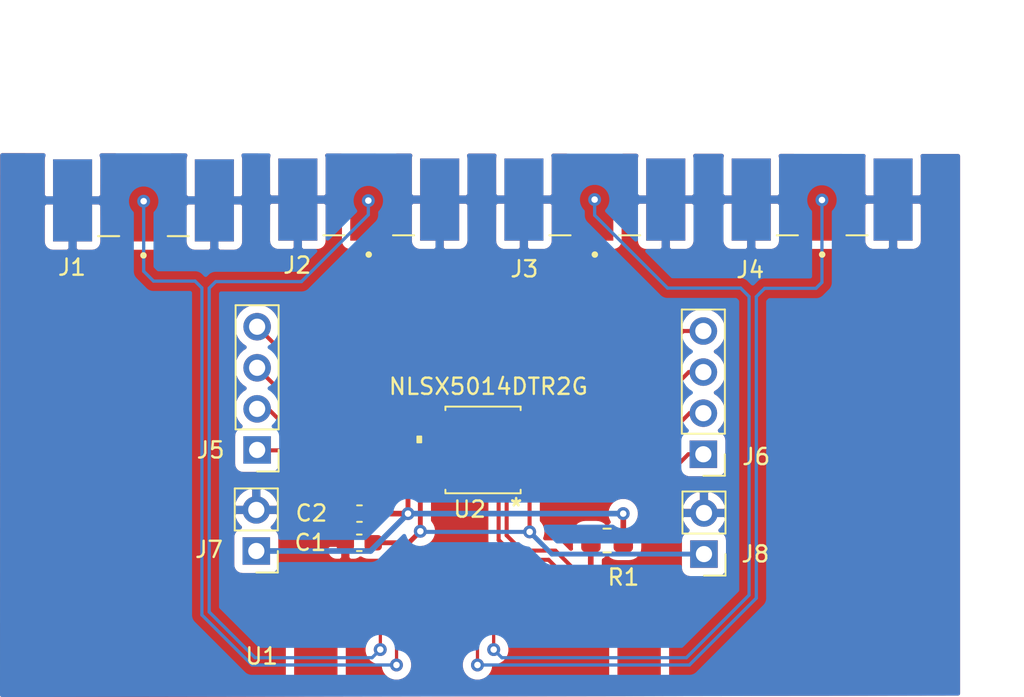
<source format=kicad_pcb>
(kicad_pcb (version 20171130) (host pcbnew 5.1.10-88a1d61d58~88~ubuntu18.04.1)

  (general
    (thickness 1.6)
    (drawings 0)
    (tracks 143)
    (zones 0)
    (modules 13)
    (nets 23)
  )

  (page A4)
  (layers
    (0 F.Cu signal)
    (31 B.Cu signal)
    (32 B.Adhes user)
    (33 F.Adhes user)
    (34 B.Paste user)
    (35 F.Paste user)
    (36 B.SilkS user)
    (37 F.SilkS user)
    (38 B.Mask user)
    (39 F.Mask user)
    (40 Dwgs.User user)
    (41 Cmts.User user)
    (42 Eco1.User user)
    (43 Eco2.User user)
    (44 Edge.Cuts user)
    (45 Margin user)
    (46 B.CrtYd user)
    (47 F.CrtYd user)
    (48 B.Fab user)
    (49 F.Fab user)
  )

  (setup
    (last_trace_width 0.3)
    (user_trace_width 0.3)
    (user_trace_width 0.35)
    (trace_clearance 0.2)
    (zone_clearance 0.508)
    (zone_45_only no)
    (trace_min 0.2)
    (via_size 0.8)
    (via_drill 0.4)
    (via_min_size 0.4)
    (via_min_drill 0.3)
    (uvia_size 0.3)
    (uvia_drill 0.1)
    (uvias_allowed no)
    (uvia_min_size 0.2)
    (uvia_min_drill 0.1)
    (edge_width 0.05)
    (segment_width 0.2)
    (pcb_text_width 0.3)
    (pcb_text_size 1.5 1.5)
    (mod_edge_width 0.12)
    (mod_text_size 1 1)
    (mod_text_width 0.15)
    (pad_size 1.524 1.524)
    (pad_drill 0.762)
    (pad_to_mask_clearance 0)
    (aux_axis_origin 0 0)
    (visible_elements FFFFFF7F)
    (pcbplotparams
      (layerselection 0x010fc_ffffffff)
      (usegerberextensions false)
      (usegerberattributes true)
      (usegerberadvancedattributes true)
      (creategerberjobfile true)
      (excludeedgelayer true)
      (linewidth 0.100000)
      (plotframeref false)
      (viasonmask false)
      (mode 1)
      (useauxorigin false)
      (hpglpennumber 1)
      (hpglpenspeed 20)
      (hpglpendiameter 15.000000)
      (psnegative false)
      (psa4output false)
      (plotreference true)
      (plotvalue true)
      (plotinvisibletext false)
      (padsonsilk false)
      (subtractmaskfromsilk false)
      (outputformat 1)
      (mirror false)
      (drillshape 1)
      (scaleselection 1)
      (outputdirectory ""))
  )

  (net 0 "")
  (net 1 +3V3)
  (net 2 GND)
  (net 3 +1V8)
  (net 4 /D0_P)
  (net 5 /D0_N)
  (net 6 /CLK_P)
  (net 7 /CLK_N)
  (net 8 /I2C_SCL_3V3)
  (net 9 /I2C_SDA_3V3)
  (net 10 /GPIO0_3V3)
  (net 11 /GPIO1_3V3)
  (net 12 "Net-(R1-Pad1)")
  (net 13 "Net-(U1-Pad5)")
  (net 14 "Net-(U1-Pad6)")
  (net 15 "Net-(U1-Pad11)")
  (net 16 "Net-(U1-Pad12)")
  (net 17 /I2C_SCL)
  (net 18 /I2C_SDA)
  (net 19 "Net-(U2-Pad6)")
  (net 20 "Net-(U2-Pad9)")
  (net 21 /GPIO1_1V8)
  (net 22 /GPIO0_1V8)

  (net_class Default "This is the default net class."
    (clearance 0.2)
    (trace_width 0.25)
    (via_dia 0.8)
    (via_drill 0.4)
    (uvia_dia 0.3)
    (uvia_drill 0.1)
    (add_net +1V8)
    (add_net +3V3)
    (add_net /CLK_N)
    (add_net /CLK_P)
    (add_net /D0_N)
    (add_net /D0_P)
    (add_net /GPIO0_1V8)
    (add_net /GPIO0_3V3)
    (add_net /GPIO1_1V8)
    (add_net /GPIO1_3V3)
    (add_net /I2C_SCL)
    (add_net /I2C_SCL_3V3)
    (add_net /I2C_SDA)
    (add_net /I2C_SDA_3V3)
    (add_net GND)
    (add_net "Net-(R1-Pad1)")
    (add_net "Net-(U1-Pad11)")
    (add_net "Net-(U1-Pad12)")
    (add_net "Net-(U1-Pad5)")
    (add_net "Net-(U1-Pad6)")
    (add_net "Net-(U2-Pad6)")
    (add_net "Net-(U2-Pad9)")
  )

  (module Connector_PinHeader_2.54mm:PinHeader_1x04_P2.54mm_Vertical (layer F.Cu) (tedit 59FED5CC) (tstamp 60FE762E)
    (at 175.5521 97.1169 180)
    (descr "Through hole straight pin header, 1x04, 2.54mm pitch, single row")
    (tags "Through hole pin header THT 1x04 2.54mm single row")
    (path /614680E2)
    (fp_text reference J6 (at -3.2639 -0.1524) (layer F.SilkS)
      (effects (font (size 1 1) (thickness 0.15)))
    )
    (fp_text value Conn_01x04_Male (at 0 9.95) (layer F.Fab)
      (effects (font (size 1 1) (thickness 0.15)))
    )
    (fp_text user %R (at 0 3.81 90) (layer F.Fab)
      (effects (font (size 1 1) (thickness 0.15)))
    )
    (fp_line (start -0.635 -1.27) (end 1.27 -1.27) (layer F.Fab) (width 0.1))
    (fp_line (start 1.27 -1.27) (end 1.27 8.89) (layer F.Fab) (width 0.1))
    (fp_line (start 1.27 8.89) (end -1.27 8.89) (layer F.Fab) (width 0.1))
    (fp_line (start -1.27 8.89) (end -1.27 -0.635) (layer F.Fab) (width 0.1))
    (fp_line (start -1.27 -0.635) (end -0.635 -1.27) (layer F.Fab) (width 0.1))
    (fp_line (start -1.33 8.95) (end 1.33 8.95) (layer F.SilkS) (width 0.12))
    (fp_line (start -1.33 1.27) (end -1.33 8.95) (layer F.SilkS) (width 0.12))
    (fp_line (start 1.33 1.27) (end 1.33 8.95) (layer F.SilkS) (width 0.12))
    (fp_line (start -1.33 1.27) (end 1.33 1.27) (layer F.SilkS) (width 0.12))
    (fp_line (start -1.33 0) (end -1.33 -1.33) (layer F.SilkS) (width 0.12))
    (fp_line (start -1.33 -1.33) (end 0 -1.33) (layer F.SilkS) (width 0.12))
    (fp_line (start -1.8 -1.8) (end -1.8 9.4) (layer F.CrtYd) (width 0.05))
    (fp_line (start -1.8 9.4) (end 1.8 9.4) (layer F.CrtYd) (width 0.05))
    (fp_line (start 1.8 9.4) (end 1.8 -1.8) (layer F.CrtYd) (width 0.05))
    (fp_line (start 1.8 -1.8) (end -1.8 -1.8) (layer F.CrtYd) (width 0.05))
    (pad 4 thru_hole oval (at 0 7.62 180) (size 1.7 1.7) (drill 1) (layers *.Cu *.Mask)
      (net 21 /GPIO1_1V8))
    (pad 3 thru_hole oval (at 0 5.08 180) (size 1.7 1.7) (drill 1) (layers *.Cu *.Mask)
      (net 22 /GPIO0_1V8))
    (pad 2 thru_hole oval (at 0 2.54 180) (size 1.7 1.7) (drill 1) (layers *.Cu *.Mask)
      (net 17 /I2C_SCL))
    (pad 1 thru_hole rect (at 0 0 180) (size 1.7 1.7) (drill 1) (layers *.Cu *.Mask)
      (net 18 /I2C_SDA))
    (model ${KISYS3DMOD}/Connector_PinHeader_2.54mm.3dshapes/PinHeader_1x04_P2.54mm_Vertical.wrl
      (at (xyz 0 0 0))
      (scale (xyz 1 1 1))
      (rotate (xyz 0 0 0))
    )
  )

  (module footprints:CINCH_142-0701-801 (layer F.Cu) (tedit 60FBD633) (tstamp 60FE947D)
    (at 168.8465 81.3689)
    (path /61412DC5)
    (fp_text reference J3 (at -4.3561 4.2926) (layer F.SilkS)
      (effects (font (size 1 1) (thickness 0.15)))
    )
    (fp_text value 142-0701-801 (at 6.35 4.445) (layer F.Fab)
      (effects (font (size 1 1) (thickness 0.15)))
    )
    (fp_text user PCB-Edge (at 6.3 -2.9) (layer F.Fab)
      (effects (font (size 1 1) (thickness 0.15)))
    )
    (fp_line (start -4.7625 -2.54) (end 4.7625 -2.54) (layer F.Fab) (width 0.127))
    (fp_line (start 4.7625 -2.54) (end 4.7625 2.2098) (layer F.Fab) (width 0.127))
    (fp_line (start 4.7625 2.2098) (end -4.7625 2.2098) (layer F.Fab) (width 0.127))
    (fp_line (start -4.7625 2.2098) (end -4.7625 -2.54) (layer F.Fab) (width 0.127))
    (fp_line (start -4.7625 -4.0259) (end -3.175 -4.0259) (layer F.Fab) (width 0.127))
    (fp_line (start -3.175 -4.0259) (end 3.175 -4.0259) (layer F.Fab) (width 0.127))
    (fp_line (start 3.175 -4.0259) (end 4.7625 -4.0259) (layer F.Fab) (width 0.127))
    (fp_line (start -3.175 -4.0259) (end -3.175 -12.065) (layer F.Fab) (width 0.127))
    (fp_line (start -3.175 -12.065) (end 3.175 -12.065) (layer F.Fab) (width 0.127))
    (fp_line (start 3.175 -12.065) (end 3.175 -4.0259) (layer F.Fab) (width 0.127))
    (fp_line (start -4.7625 -4.0259) (end -4.7625 -2.54) (layer F.Fab) (width 0.127))
    (fp_line (start 4.7625 -4.0259) (end 4.7625 -2.54) (layer F.Fab) (width 0.127))
    (fp_line (start 4.8 -2.54) (end 8.3 -2.54) (layer F.Fab) (width 0.127))
    (fp_line (start -2.8 2.2098) (end -1.5 2.2098) (layer F.SilkS) (width 0.127))
    (fp_line (start 1.5 2.2098) (end 2.8 2.2098) (layer F.SilkS) (width 0.127))
    (fp_circle (center 0 3.4) (end 0.1 3.4) (layer F.SilkS) (width 0.2))
    (fp_circle (center 0 3.4) (end 0.1 3.4) (layer F.Fab) (width 0.2))
    (fp_line (start -3.425 -12.315) (end 3.425 -12.315) (layer F.CrtYd) (width 0.05))
    (fp_line (start 3.425 -12.315) (end 3.425 -4.28) (layer F.CrtYd) (width 0.05))
    (fp_line (start 3.425 -4.28) (end 5.838 -4.28) (layer F.CrtYd) (width 0.05))
    (fp_line (start 5.838 -4.28) (end 5.838 2.79) (layer F.CrtYd) (width 0.05))
    (fp_line (start 5.838 2.79) (end -5.838 2.79) (layer F.CrtYd) (width 0.05))
    (fp_line (start -5.838 2.79) (end -5.838 -4.28) (layer F.CrtYd) (width 0.05))
    (fp_line (start -5.838 -4.28) (end -3.425 -4.28) (layer F.CrtYd) (width 0.05))
    (fp_line (start -3.425 -4.28) (end -3.425 -12.315) (layer F.CrtYd) (width 0.05))
    (pad S4 smd rect (at 4.3815 0) (size 2.413 5.08) (layers B.Cu B.Paste B.Mask)
      (net 2 GND))
    (pad S3 smd rect (at -4.3815 0) (size 2.413 5.08) (layers B.Cu B.Paste B.Mask)
      (net 2 GND))
    (pad 1 smd rect (at 0 0) (size 2.286 5.08) (layers F.Cu F.Paste F.Mask)
      (net 6 /CLK_P))
    (pad S2 smd rect (at 4.3815 0) (size 2.413 5.08) (layers F.Cu F.Paste F.Mask)
      (net 2 GND))
    (pad S1 smd rect (at -4.3815 0) (size 2.413 5.08) (layers F.Cu F.Paste F.Mask)
      (net 2 GND))
    (model ${KIPRJMOD}/3d_models/142-0701-801.step
      (offset (xyz 0 2.5 0.5))
      (scale (xyz 1 1 1))
      (rotate (xyz 0 -90 -90))
    )
  )

  (module footprints:CINCH_142-0701-801 (layer F.Cu) (tedit 60FBD633) (tstamp 60FE94E6)
    (at 182.8927 81.3689)
    (path /6141031E)
    (fp_text reference J4 (at -4.445 4.3434) (layer F.SilkS)
      (effects (font (size 1 1) (thickness 0.15)))
    )
    (fp_text value 142-0701-801 (at 6.35 4.445) (layer F.Fab)
      (effects (font (size 1 1) (thickness 0.15)))
    )
    (fp_text user PCB-Edge (at 6.3 -2.9) (layer F.Fab)
      (effects (font (size 1 1) (thickness 0.15)))
    )
    (fp_line (start -4.7625 -2.54) (end 4.7625 -2.54) (layer F.Fab) (width 0.127))
    (fp_line (start 4.7625 -2.54) (end 4.7625 2.2098) (layer F.Fab) (width 0.127))
    (fp_line (start 4.7625 2.2098) (end -4.7625 2.2098) (layer F.Fab) (width 0.127))
    (fp_line (start -4.7625 2.2098) (end -4.7625 -2.54) (layer F.Fab) (width 0.127))
    (fp_line (start -4.7625 -4.0259) (end -3.175 -4.0259) (layer F.Fab) (width 0.127))
    (fp_line (start -3.175 -4.0259) (end 3.175 -4.0259) (layer F.Fab) (width 0.127))
    (fp_line (start 3.175 -4.0259) (end 4.7625 -4.0259) (layer F.Fab) (width 0.127))
    (fp_line (start -3.175 -4.0259) (end -3.175 -12.065) (layer F.Fab) (width 0.127))
    (fp_line (start -3.175 -12.065) (end 3.175 -12.065) (layer F.Fab) (width 0.127))
    (fp_line (start 3.175 -12.065) (end 3.175 -4.0259) (layer F.Fab) (width 0.127))
    (fp_line (start -4.7625 -4.0259) (end -4.7625 -2.54) (layer F.Fab) (width 0.127))
    (fp_line (start 4.7625 -4.0259) (end 4.7625 -2.54) (layer F.Fab) (width 0.127))
    (fp_line (start 4.8 -2.54) (end 8.3 -2.54) (layer F.Fab) (width 0.127))
    (fp_line (start -2.8 2.2098) (end -1.5 2.2098) (layer F.SilkS) (width 0.127))
    (fp_line (start 1.5 2.2098) (end 2.8 2.2098) (layer F.SilkS) (width 0.127))
    (fp_circle (center 0 3.4) (end 0.1 3.4) (layer F.SilkS) (width 0.2))
    (fp_circle (center 0 3.4) (end 0.1 3.4) (layer F.Fab) (width 0.2))
    (fp_line (start -3.425 -12.315) (end 3.425 -12.315) (layer F.CrtYd) (width 0.05))
    (fp_line (start 3.425 -12.315) (end 3.425 -4.28) (layer F.CrtYd) (width 0.05))
    (fp_line (start 3.425 -4.28) (end 5.838 -4.28) (layer F.CrtYd) (width 0.05))
    (fp_line (start 5.838 -4.28) (end 5.838 2.79) (layer F.CrtYd) (width 0.05))
    (fp_line (start 5.838 2.79) (end -5.838 2.79) (layer F.CrtYd) (width 0.05))
    (fp_line (start -5.838 2.79) (end -5.838 -4.28) (layer F.CrtYd) (width 0.05))
    (fp_line (start -5.838 -4.28) (end -3.425 -4.28) (layer F.CrtYd) (width 0.05))
    (fp_line (start -3.425 -4.28) (end -3.425 -12.315) (layer F.CrtYd) (width 0.05))
    (pad S4 smd rect (at 4.3815 0) (size 2.413 5.08) (layers B.Cu B.Paste B.Mask)
      (net 2 GND))
    (pad S3 smd rect (at -4.3815 0) (size 2.413 5.08) (layers B.Cu B.Paste B.Mask)
      (net 2 GND))
    (pad 1 smd rect (at 0 0) (size 2.286 5.08) (layers F.Cu F.Paste F.Mask)
      (net 7 /CLK_N))
    (pad S2 smd rect (at 4.3815 0) (size 2.413 5.08) (layers F.Cu F.Paste F.Mask)
      (net 2 GND))
    (pad S1 smd rect (at -4.3815 0) (size 2.413 5.08) (layers F.Cu F.Paste F.Mask)
      (net 2 GND))
    (model ${KIPRJMOD}/3d_models/142-0701-801.step
      (offset (xyz 0 2.5 0.5))
      (scale (xyz 1 1 1))
      (rotate (xyz 0 -90 -90))
    )
  )

  (module footprints:CINCH_142-0701-801 (layer F.Cu) (tedit 60FBD633) (tstamp 60FE940E)
    (at 140.9573 81.4197)
    (path /6141165C)
    (fp_text reference J1 (at -4.4196 4.1402) (layer F.SilkS)
      (effects (font (size 1 1) (thickness 0.15)))
    )
    (fp_text value 142-0701-801 (at 6.35 4.445) (layer F.Fab)
      (effects (font (size 1 1) (thickness 0.15)))
    )
    (fp_text user PCB-Edge (at 6.3 -2.9) (layer F.Fab)
      (effects (font (size 1 1) (thickness 0.15)))
    )
    (fp_line (start -4.7625 -2.54) (end 4.7625 -2.54) (layer F.Fab) (width 0.127))
    (fp_line (start 4.7625 -2.54) (end 4.7625 2.2098) (layer F.Fab) (width 0.127))
    (fp_line (start 4.7625 2.2098) (end -4.7625 2.2098) (layer F.Fab) (width 0.127))
    (fp_line (start -4.7625 2.2098) (end -4.7625 -2.54) (layer F.Fab) (width 0.127))
    (fp_line (start -4.7625 -4.0259) (end -3.175 -4.0259) (layer F.Fab) (width 0.127))
    (fp_line (start -3.175 -4.0259) (end 3.175 -4.0259) (layer F.Fab) (width 0.127))
    (fp_line (start 3.175 -4.0259) (end 4.7625 -4.0259) (layer F.Fab) (width 0.127))
    (fp_line (start -3.175 -4.0259) (end -3.175 -12.065) (layer F.Fab) (width 0.127))
    (fp_line (start -3.175 -12.065) (end 3.175 -12.065) (layer F.Fab) (width 0.127))
    (fp_line (start 3.175 -12.065) (end 3.175 -4.0259) (layer F.Fab) (width 0.127))
    (fp_line (start -4.7625 -4.0259) (end -4.7625 -2.54) (layer F.Fab) (width 0.127))
    (fp_line (start 4.7625 -4.0259) (end 4.7625 -2.54) (layer F.Fab) (width 0.127))
    (fp_line (start 4.8 -2.54) (end 8.3 -2.54) (layer F.Fab) (width 0.127))
    (fp_line (start -2.8 2.2098) (end -1.5 2.2098) (layer F.SilkS) (width 0.127))
    (fp_line (start 1.5 2.2098) (end 2.8 2.2098) (layer F.SilkS) (width 0.127))
    (fp_circle (center 0 3.4) (end 0.1 3.4) (layer F.SilkS) (width 0.2))
    (fp_circle (center 0 3.4) (end 0.1 3.4) (layer F.Fab) (width 0.2))
    (fp_line (start -3.425 -12.315) (end 3.425 -12.315) (layer F.CrtYd) (width 0.05))
    (fp_line (start 3.425 -12.315) (end 3.425 -4.28) (layer F.CrtYd) (width 0.05))
    (fp_line (start 3.425 -4.28) (end 5.838 -4.28) (layer F.CrtYd) (width 0.05))
    (fp_line (start 5.838 -4.28) (end 5.838 2.79) (layer F.CrtYd) (width 0.05))
    (fp_line (start 5.838 2.79) (end -5.838 2.79) (layer F.CrtYd) (width 0.05))
    (fp_line (start -5.838 2.79) (end -5.838 -4.28) (layer F.CrtYd) (width 0.05))
    (fp_line (start -5.838 -4.28) (end -3.425 -4.28) (layer F.CrtYd) (width 0.05))
    (fp_line (start -3.425 -4.28) (end -3.425 -12.315) (layer F.CrtYd) (width 0.05))
    (pad S4 smd rect (at 4.3815 0) (size 2.413 5.08) (layers B.Cu B.Paste B.Mask)
      (net 2 GND))
    (pad S3 smd rect (at -4.3815 0) (size 2.413 5.08) (layers B.Cu B.Paste B.Mask)
      (net 2 GND))
    (pad 1 smd rect (at 0 0) (size 2.286 5.08) (layers F.Cu F.Paste F.Mask)
      (net 4 /D0_P))
    (pad S2 smd rect (at 4.3815 0) (size 2.413 5.08) (layers F.Cu F.Paste F.Mask)
      (net 2 GND))
    (pad S1 smd rect (at -4.3815 0) (size 2.413 5.08) (layers F.Cu F.Paste F.Mask)
      (net 2 GND))
    (model ${KIPRJMOD}/3d_models/142-0701-801.step
      (offset (xyz 0 2.5 0.5))
      (scale (xyz 1 1 1))
      (rotate (xyz 180 -90 90))
    )
  )

  (module footprints:CINCH_142-0701-801 (layer F.Cu) (tedit 60FBD633) (tstamp 60FE955E)
    (at 154.8765 81.3689)
    (path /6140F064)
    (attr smd)
    (fp_text reference J2 (at -4.4196 4.064) (layer F.SilkS)
      (effects (font (size 1 1) (thickness 0.15)))
    )
    (fp_text value 142-0701-801 (at 6.35 4.445) (layer F.Fab)
      (effects (font (size 1 1) (thickness 0.15)))
    )
    (fp_text user PCB-Edge (at 6.3 -2.9) (layer F.Fab)
      (effects (font (size 1 1) (thickness 0.15)))
    )
    (fp_line (start -4.7625 -2.54) (end 4.7625 -2.54) (layer F.Fab) (width 0.127))
    (fp_line (start 4.7625 -2.54) (end 4.7625 2.2098) (layer F.Fab) (width 0.127))
    (fp_line (start 4.7625 2.2098) (end -4.7625 2.2098) (layer F.Fab) (width 0.127))
    (fp_line (start -4.7625 2.2098) (end -4.7625 -2.54) (layer F.Fab) (width 0.127))
    (fp_line (start -4.7625 -4.0259) (end -3.175 -4.0259) (layer F.Fab) (width 0.127))
    (fp_line (start -3.175 -4.0259) (end 3.175 -4.0259) (layer F.Fab) (width 0.127))
    (fp_line (start 3.175 -4.0259) (end 4.7625 -4.0259) (layer F.Fab) (width 0.127))
    (fp_line (start -3.175 -4.0259) (end -3.175 -12.065) (layer F.Fab) (width 0.127))
    (fp_line (start -3.175 -12.065) (end 3.175 -12.065) (layer F.Fab) (width 0.127))
    (fp_line (start 3.175 -12.065) (end 3.175 -4.0259) (layer F.Fab) (width 0.127))
    (fp_line (start -4.7625 -4.0259) (end -4.7625 -2.54) (layer F.Fab) (width 0.127))
    (fp_line (start 4.7625 -4.0259) (end 4.7625 -2.54) (layer F.Fab) (width 0.127))
    (fp_line (start 4.8 -2.54) (end 8.3 -2.54) (layer F.Fab) (width 0.127))
    (fp_line (start -2.8 2.2098) (end -1.5 2.2098) (layer F.SilkS) (width 0.127))
    (fp_line (start 1.5 2.2098) (end 2.8 2.2098) (layer F.SilkS) (width 0.127))
    (fp_circle (center 0 3.4) (end 0.1 3.4) (layer F.SilkS) (width 0.2))
    (fp_circle (center 0 3.4) (end 0.1 3.4) (layer F.Fab) (width 0.2))
    (fp_line (start -3.425 -12.315) (end 3.425 -12.315) (layer F.CrtYd) (width 0.05))
    (fp_line (start 3.425 -12.315) (end 3.425 -4.28) (layer F.CrtYd) (width 0.05))
    (fp_line (start 3.425 -4.28) (end 5.838 -4.28) (layer F.CrtYd) (width 0.05))
    (fp_line (start 5.838 -4.28) (end 5.838 2.79) (layer F.CrtYd) (width 0.05))
    (fp_line (start 5.838 2.79) (end -5.838 2.79) (layer F.CrtYd) (width 0.05))
    (fp_line (start -5.838 2.79) (end -5.838 -4.28) (layer F.CrtYd) (width 0.05))
    (fp_line (start -5.838 -4.28) (end -3.425 -4.28) (layer F.CrtYd) (width 0.05))
    (fp_line (start -3.425 -4.28) (end -3.425 -12.315) (layer F.CrtYd) (width 0.05))
    (pad S4 smd rect (at 4.3815 0) (size 2.413 5.08) (layers B.Cu B.Paste B.Mask)
      (net 2 GND))
    (pad S3 smd rect (at -4.3815 0) (size 2.413 5.08) (layers B.Cu B.Paste B.Mask)
      (net 2 GND))
    (pad 1 smd rect (at 0 0) (size 2.286 5.08) (layers F.Cu F.Paste F.Mask)
      (net 5 /D0_N))
    (pad S2 smd rect (at 4.3815 0) (size 2.413 5.08) (layers F.Cu F.Paste F.Mask)
      (net 2 GND))
    (pad S1 smd rect (at -4.3815 0) (size 2.413 5.08) (layers F.Cu F.Paste F.Mask)
      (net 2 GND))
    (model ${KIPRJMOD}/3d_models/142-0701-801.step
      (offset (xyz 0 2.5 0.5))
      (scale (xyz 1 1 1))
      (rotate (xyz 180 -90 90))
    )
  )

  (module Capacitor_SMD:C_0603_1608Metric_Pad1.08x0.95mm_HandSolder (layer F.Cu) (tedit 5F68FEEF) (tstamp 60FD88F9)
    (at 154.305 100.7872)
    (descr "Capacitor SMD 0603 (1608 Metric), square (rectangular) end terminal, IPC_7351 nominal with elongated pad for handsoldering. (Body size source: IPC-SM-782 page 76, https://www.pcb-3d.com/wordpress/wp-content/uploads/ipc-sm-782a_amendment_1_and_2.pdf), generated with kicad-footprint-generator")
    (tags "capacitor handsolder")
    (path /61382CFE)
    (attr smd)
    (fp_text reference C2 (at -2.9718 -0.0254) (layer F.SilkS)
      (effects (font (size 1 1) (thickness 0.15)))
    )
    (fp_text value C (at 0 1.43) (layer F.Fab)
      (effects (font (size 1 1) (thickness 0.15)))
    )
    (fp_line (start 1.65 0.73) (end -1.65 0.73) (layer F.CrtYd) (width 0.05))
    (fp_line (start 1.65 -0.73) (end 1.65 0.73) (layer F.CrtYd) (width 0.05))
    (fp_line (start -1.65 -0.73) (end 1.65 -0.73) (layer F.CrtYd) (width 0.05))
    (fp_line (start -1.65 0.73) (end -1.65 -0.73) (layer F.CrtYd) (width 0.05))
    (fp_line (start -0.146267 0.51) (end 0.146267 0.51) (layer F.SilkS) (width 0.12))
    (fp_line (start -0.146267 -0.51) (end 0.146267 -0.51) (layer F.SilkS) (width 0.12))
    (fp_line (start 0.8 0.4) (end -0.8 0.4) (layer F.Fab) (width 0.1))
    (fp_line (start 0.8 -0.4) (end 0.8 0.4) (layer F.Fab) (width 0.1))
    (fp_line (start -0.8 -0.4) (end 0.8 -0.4) (layer F.Fab) (width 0.1))
    (fp_line (start -0.8 0.4) (end -0.8 -0.4) (layer F.Fab) (width 0.1))
    (fp_text user %R (at 0 0 270) (layer F.Fab)
      (effects (font (size 0.4 0.4) (thickness 0.06)))
    )
    (pad 1 smd roundrect (at -0.8625 0) (size 1.075 0.95) (layers F.Cu F.Paste F.Mask) (roundrect_rratio 0.25)
      (net 2 GND))
    (pad 2 smd roundrect (at 0.8625 0) (size 1.075 0.95) (layers F.Cu F.Paste F.Mask) (roundrect_rratio 0.25)
      (net 1 +3V3))
    (model ${KISYS3DMOD}/Capacitor_SMD.3dshapes/C_0603_1608Metric.wrl
      (at (xyz 0 0 0))
      (scale (xyz 1 1 1))
      (rotate (xyz 0 0 0))
    )
  )

  (module Capacitor_SMD:C_0603_1608Metric_Pad1.08x0.95mm_HandSolder (layer F.Cu) (tedit 5F68FEEF) (tstamp 60FD890A)
    (at 154.2923 102.5906)
    (descr "Capacitor SMD 0603 (1608 Metric), square (rectangular) end terminal, IPC_7351 nominal with elongated pad for handsoldering. (Body size source: IPC-SM-782 page 76, https://www.pcb-3d.com/wordpress/wp-content/uploads/ipc-sm-782a_amendment_1_and_2.pdf), generated with kicad-footprint-generator")
    (tags "capacitor handsolder")
    (path /61382170)
    (attr smd)
    (fp_text reference C1 (at -3.0226 -0.0127) (layer F.SilkS)
      (effects (font (size 1 1) (thickness 0.15)))
    )
    (fp_text value C (at 0 1.43) (layer F.Fab)
      (effects (font (size 1 1) (thickness 0.15)))
    )
    (fp_text user %R (at 0 0) (layer F.Fab)
      (effects (font (size 0.4 0.4) (thickness 0.06)))
    )
    (fp_line (start -0.8 0.4) (end -0.8 -0.4) (layer F.Fab) (width 0.1))
    (fp_line (start -0.8 -0.4) (end 0.8 -0.4) (layer F.Fab) (width 0.1))
    (fp_line (start 0.8 -0.4) (end 0.8 0.4) (layer F.Fab) (width 0.1))
    (fp_line (start 0.8 0.4) (end -0.8 0.4) (layer F.Fab) (width 0.1))
    (fp_line (start -0.146267 -0.51) (end 0.146267 -0.51) (layer F.SilkS) (width 0.12))
    (fp_line (start -0.146267 0.51) (end 0.146267 0.51) (layer F.SilkS) (width 0.12))
    (fp_line (start -1.65 0.73) (end -1.65 -0.73) (layer F.CrtYd) (width 0.05))
    (fp_line (start -1.65 -0.73) (end 1.65 -0.73) (layer F.CrtYd) (width 0.05))
    (fp_line (start 1.65 -0.73) (end 1.65 0.73) (layer F.CrtYd) (width 0.05))
    (fp_line (start 1.65 0.73) (end -1.65 0.73) (layer F.CrtYd) (width 0.05))
    (pad 2 smd roundrect (at 0.8625 0) (size 1.075 0.95) (layers F.Cu F.Paste F.Mask) (roundrect_rratio 0.25)
      (net 3 +1V8))
    (pad 1 smd roundrect (at -0.8625 0) (size 1.075 0.95) (layers F.Cu F.Paste F.Mask) (roundrect_rratio 0.25)
      (net 2 GND))
    (model ${KISYS3DMOD}/Capacitor_SMD.3dshapes/C_0603_1608Metric.wrl
      (at (xyz 0 0 0))
      (scale (xyz 1 1 1))
      (rotate (xyz 0 0 0))
    )
  )

  (module Connector_PinHeader_2.54mm:PinHeader_1x04_P2.54mm_Vertical (layer F.Cu) (tedit 59FED5CC) (tstamp 60FD8976)
    (at 147.9804 96.8502 180)
    (descr "Through hole straight pin header, 1x04, 2.54mm pitch, single row")
    (tags "Through hole pin header THT 1x04 2.54mm single row")
    (path /613C8470)
    (fp_text reference J5 (at 2.8702 -0.0127) (layer F.SilkS)
      (effects (font (size 1 1) (thickness 0.15)))
    )
    (fp_text value Conn_01x04_Male (at 0 9.95) (layer F.Fab)
      (effects (font (size 1 1) (thickness 0.15)))
    )
    (fp_line (start 1.8 -1.8) (end -1.8 -1.8) (layer F.CrtYd) (width 0.05))
    (fp_line (start 1.8 9.4) (end 1.8 -1.8) (layer F.CrtYd) (width 0.05))
    (fp_line (start -1.8 9.4) (end 1.8 9.4) (layer F.CrtYd) (width 0.05))
    (fp_line (start -1.8 -1.8) (end -1.8 9.4) (layer F.CrtYd) (width 0.05))
    (fp_line (start -1.33 -1.33) (end 0 -1.33) (layer F.SilkS) (width 0.12))
    (fp_line (start -1.33 0) (end -1.33 -1.33) (layer F.SilkS) (width 0.12))
    (fp_line (start -1.33 1.27) (end 1.33 1.27) (layer F.SilkS) (width 0.12))
    (fp_line (start 1.33 1.27) (end 1.33 8.95) (layer F.SilkS) (width 0.12))
    (fp_line (start -1.33 1.27) (end -1.33 8.95) (layer F.SilkS) (width 0.12))
    (fp_line (start -1.33 8.95) (end 1.33 8.95) (layer F.SilkS) (width 0.12))
    (fp_line (start -1.27 -0.635) (end -0.635 -1.27) (layer F.Fab) (width 0.1))
    (fp_line (start -1.27 8.89) (end -1.27 -0.635) (layer F.Fab) (width 0.1))
    (fp_line (start 1.27 8.89) (end -1.27 8.89) (layer F.Fab) (width 0.1))
    (fp_line (start 1.27 -1.27) (end 1.27 8.89) (layer F.Fab) (width 0.1))
    (fp_line (start -0.635 -1.27) (end 1.27 -1.27) (layer F.Fab) (width 0.1))
    (fp_text user %R (at 0 3.81 90) (layer F.Fab)
      (effects (font (size 1 1) (thickness 0.15)))
    )
    (pad 1 thru_hole rect (at 0 0 180) (size 1.7 1.7) (drill 1) (layers *.Cu *.Mask)
      (net 9 /I2C_SDA_3V3))
    (pad 2 thru_hole oval (at 0 2.54 180) (size 1.7 1.7) (drill 1) (layers *.Cu *.Mask)
      (net 8 /I2C_SCL_3V3))
    (pad 3 thru_hole oval (at 0 5.08 180) (size 1.7 1.7) (drill 1) (layers *.Cu *.Mask)
      (net 10 /GPIO0_3V3))
    (pad 4 thru_hole oval (at 0 7.62 180) (size 1.7 1.7) (drill 1) (layers *.Cu *.Mask)
      (net 11 /GPIO1_3V3))
    (model ${KISYS3DMOD}/Connector_PinHeader_2.54mm.3dshapes/PinHeader_1x04_P2.54mm_Vertical.wrl
      (at (xyz 0 0 0))
      (scale (xyz 1 1 1))
      (rotate (xyz 0 0 0))
    )
  )

  (module Connector_PinHeader_2.54mm:PinHeader_1x02_P2.54mm_Vertical (layer F.Cu) (tedit 59FED5CC) (tstamp 60FD898C)
    (at 175.5902 103.2891 180)
    (descr "Through hole straight pin header, 1x02, 2.54mm pitch, single row")
    (tags "Through hole pin header THT 1x02 2.54mm single row")
    (path /60FECF37)
    (fp_text reference J8 (at -3.175 0) (layer F.SilkS)
      (effects (font (size 1 1) (thickness 0.15)))
    )
    (fp_text value Conn_01x02_Male (at 0 4.87) (layer F.Fab)
      (effects (font (size 1 1) (thickness 0.15)))
    )
    (fp_line (start 1.8 -1.8) (end -1.8 -1.8) (layer F.CrtYd) (width 0.05))
    (fp_line (start 1.8 4.35) (end 1.8 -1.8) (layer F.CrtYd) (width 0.05))
    (fp_line (start -1.8 4.35) (end 1.8 4.35) (layer F.CrtYd) (width 0.05))
    (fp_line (start -1.8 -1.8) (end -1.8 4.35) (layer F.CrtYd) (width 0.05))
    (fp_line (start -1.33 -1.33) (end 0 -1.33) (layer F.SilkS) (width 0.12))
    (fp_line (start -1.33 0) (end -1.33 -1.33) (layer F.SilkS) (width 0.12))
    (fp_line (start -1.33 1.27) (end 1.33 1.27) (layer F.SilkS) (width 0.12))
    (fp_line (start 1.33 1.27) (end 1.33 3.87) (layer F.SilkS) (width 0.12))
    (fp_line (start -1.33 1.27) (end -1.33 3.87) (layer F.SilkS) (width 0.12))
    (fp_line (start -1.33 3.87) (end 1.33 3.87) (layer F.SilkS) (width 0.12))
    (fp_line (start -1.27 -0.635) (end -0.635 -1.27) (layer F.Fab) (width 0.1))
    (fp_line (start -1.27 3.81) (end -1.27 -0.635) (layer F.Fab) (width 0.1))
    (fp_line (start 1.27 3.81) (end -1.27 3.81) (layer F.Fab) (width 0.1))
    (fp_line (start 1.27 -1.27) (end 1.27 3.81) (layer F.Fab) (width 0.1))
    (fp_line (start -0.635 -1.27) (end 1.27 -1.27) (layer F.Fab) (width 0.1))
    (fp_text user %R (at -3.1115 0.1397) (layer F.Fab)
      (effects (font (size 1 1) (thickness 0.15)))
    )
    (pad 1 thru_hole rect (at 0 0 180) (size 1.7 1.7) (drill 1) (layers *.Cu *.Mask)
      (net 3 +1V8))
    (pad 2 thru_hole oval (at 0 2.54 180) (size 1.7 1.7) (drill 1) (layers *.Cu *.Mask)
      (net 2 GND))
    (model ${KISYS3DMOD}/Connector_PinHeader_2.54mm.3dshapes/PinHeader_1x02_P2.54mm_Vertical.wrl
      (at (xyz 0 0 0))
      (scale (xyz 1 1 1))
      (rotate (xyz 0 0 0))
    )
  )

  (module Connector_PinHeader_2.54mm:PinHeader_1x02_P2.54mm_Vertical (layer F.Cu) (tedit 59FED5CC) (tstamp 60FD89A2)
    (at 147.9296 103.0986 180)
    (descr "Through hole straight pin header, 1x02, 2.54mm pitch, single row")
    (tags "Through hole pin header THT 1x02 2.54mm single row")
    (path /6100D42C)
    (fp_text reference J7 (at 2.921 0.0889) (layer F.SilkS)
      (effects (font (size 1 1) (thickness 0.15)))
    )
    (fp_text value Conn_01x02_Male (at 0 4.87) (layer F.Fab)
      (effects (font (size 1 1) (thickness 0.15)))
    )
    (fp_text user %R (at 3.2004 0.0254) (layer F.Fab)
      (effects (font (size 1 1) (thickness 0.15)))
    )
    (fp_line (start -0.635 -1.27) (end 1.27 -1.27) (layer F.Fab) (width 0.1))
    (fp_line (start 1.27 -1.27) (end 1.27 3.81) (layer F.Fab) (width 0.1))
    (fp_line (start 1.27 3.81) (end -1.27 3.81) (layer F.Fab) (width 0.1))
    (fp_line (start -1.27 3.81) (end -1.27 -0.635) (layer F.Fab) (width 0.1))
    (fp_line (start -1.27 -0.635) (end -0.635 -1.27) (layer F.Fab) (width 0.1))
    (fp_line (start -1.33 3.87) (end 1.33 3.87) (layer F.SilkS) (width 0.12))
    (fp_line (start -1.33 1.27) (end -1.33 3.87) (layer F.SilkS) (width 0.12))
    (fp_line (start 1.33 1.27) (end 1.33 3.87) (layer F.SilkS) (width 0.12))
    (fp_line (start -1.33 1.27) (end 1.33 1.27) (layer F.SilkS) (width 0.12))
    (fp_line (start -1.33 0) (end -1.33 -1.33) (layer F.SilkS) (width 0.12))
    (fp_line (start -1.33 -1.33) (end 0 -1.33) (layer F.SilkS) (width 0.12))
    (fp_line (start -1.8 -1.8) (end -1.8 4.35) (layer F.CrtYd) (width 0.05))
    (fp_line (start -1.8 4.35) (end 1.8 4.35) (layer F.CrtYd) (width 0.05))
    (fp_line (start 1.8 4.35) (end 1.8 -1.8) (layer F.CrtYd) (width 0.05))
    (fp_line (start 1.8 -1.8) (end -1.8 -1.8) (layer F.CrtYd) (width 0.05))
    (pad 2 thru_hole oval (at 0 2.54 180) (size 1.7 1.7) (drill 1) (layers *.Cu *.Mask)
      (net 2 GND))
    (pad 1 thru_hole rect (at 0 0 180) (size 1.7 1.7) (drill 1) (layers *.Cu *.Mask)
      (net 1 +3V3))
    (model ${KISYS3DMOD}/Connector_PinHeader_2.54mm.3dshapes/PinHeader_1x02_P2.54mm_Vertical.wrl
      (at (xyz 0 0 0))
      (scale (xyz 1 1 1))
      (rotate (xyz 0 0 0))
    )
  )

  (module Resistor_SMD:R_0805_2012Metric_Pad1.20x1.40mm_HandSolder (layer F.Cu) (tedit 5F68FEEE) (tstamp 60FD89B3)
    (at 169.6052 102.4509)
    (descr "Resistor SMD 0805 (2012 Metric), square (rectangular) end terminal, IPC_7351 nominal with elongated pad for handsoldering. (Body size source: IPC-SM-782 page 72, https://www.pcb-3d.com/wordpress/wp-content/uploads/ipc-sm-782a_amendment_1_and_2.pdf), generated with kicad-footprint-generator")
    (tags "resistor handsolder")
    (path /610D2196)
    (attr smd)
    (fp_text reference R1 (at 1.0066 2.2733) (layer F.SilkS)
      (effects (font (size 1 1) (thickness 0.15)))
    )
    (fp_text value 0 (at 0 1.65) (layer F.Fab)
      (effects (font (size 1 1) (thickness 0.15)))
    )
    (fp_line (start 1.85 0.95) (end -1.85 0.95) (layer F.CrtYd) (width 0.05))
    (fp_line (start 1.85 -0.95) (end 1.85 0.95) (layer F.CrtYd) (width 0.05))
    (fp_line (start -1.85 -0.95) (end 1.85 -0.95) (layer F.CrtYd) (width 0.05))
    (fp_line (start -1.85 0.95) (end -1.85 -0.95) (layer F.CrtYd) (width 0.05))
    (fp_line (start -0.227064 0.735) (end 0.227064 0.735) (layer F.SilkS) (width 0.12))
    (fp_line (start -0.227064 -0.735) (end 0.227064 -0.735) (layer F.SilkS) (width 0.12))
    (fp_line (start 1 0.625) (end -1 0.625) (layer F.Fab) (width 0.1))
    (fp_line (start 1 -0.625) (end 1 0.625) (layer F.Fab) (width 0.1))
    (fp_line (start -1 -0.625) (end 1 -0.625) (layer F.Fab) (width 0.1))
    (fp_line (start -1 0.625) (end -1 -0.625) (layer F.Fab) (width 0.1))
    (fp_text user %R (at 0 0) (layer F.Fab)
      (effects (font (size 0.5 0.5) (thickness 0.08)))
    )
    (pad 1 smd roundrect (at -1 0) (size 1.2 1.4) (layers F.Cu F.Paste F.Mask) (roundrect_rratio 0.208333)
      (net 12 "Net-(R1-Pad1)"))
    (pad 2 smd roundrect (at 1 0) (size 1.2 1.4) (layers F.Cu F.Paste F.Mask) (roundrect_rratio 0.208333)
      (net 1 +3V3))
    (model ${KISYS3DMOD}/Resistor_SMD.3dshapes/R_0805_2012Metric.wrl
      (at (xyz 0 0 0))
      (scale (xyz 1 1 1))
      (rotate (xyz 0 0 0))
    )
  )

  (module footprints:TE_1-84953-5 (layer F.Cu) (tedit 5F3609E8) (tstamp 60FD89C8)
    (at 161.5948 109.5784)
    (path /61015BC6)
    (fp_text reference U1 (at -13.335 0.0254) (layer F.SilkS)
      (effects (font (size 1.001646 1.001646) (thickness 0.15)))
    )
    (fp_text value 1-84953-5 (at -16.4719 0.5334) (layer F.Fab)
      (effects (font (size 1.000976 1.000976) (thickness 0.015)))
    )
    (pad 1 smd rect (at -7 -3) (size 0.61 2) (layers F.Cu F.Paste F.Mask)
      (net 2 GND))
    (pad 2 smd rect (at -6 -3) (size 0.61 2) (layers F.Cu F.Paste F.Mask)
      (net 5 /D0_N))
    (pad 3 smd rect (at -5 -3) (size 0.61 2) (layers F.Cu F.Paste F.Mask)
      (net 4 /D0_P))
    (pad 4 smd rect (at -4 -3) (size 0.61 2) (layers F.Cu F.Paste F.Mask)
      (net 2 GND))
    (pad 5 smd rect (at -3 -3) (size 0.61 2) (layers F.Cu F.Paste F.Mask)
      (net 13 "Net-(U1-Pad5)"))
    (pad 6 smd rect (at -2 -3) (size 0.61 2) (layers F.Cu F.Paste F.Mask)
      (net 14 "Net-(U1-Pad6)"))
    (pad 7 smd rect (at -1 -3) (size 0.61 2) (layers F.Cu F.Paste F.Mask)
      (net 2 GND))
    (pad 8 smd rect (at 0 -3) (size 0.61 2) (layers F.Cu F.Paste F.Mask)
      (net 7 /CLK_N))
    (pad 9 smd rect (at 1 -3) (size 0.61 2) (layers F.Cu F.Paste F.Mask)
      (net 6 /CLK_P))
    (pad 10 smd rect (at 2 -3) (size 0.61 2) (layers F.Cu F.Paste F.Mask)
      (net 2 GND))
    (pad 11 smd rect (at 3 -3) (size 0.61 2) (layers F.Cu F.Paste F.Mask)
      (net 15 "Net-(U1-Pad11)"))
    (pad 12 smd rect (at 4 -3) (size 0.61 2) (layers F.Cu F.Paste F.Mask)
      (net 16 "Net-(U1-Pad12)"))
    (pad 13 smd rect (at 5 -3) (size 0.61 2) (layers F.Cu F.Paste F.Mask)
      (net 17 /I2C_SCL))
    (pad 14 smd rect (at 6 -3) (size 0.61 2) (layers F.Cu F.Paste F.Mask)
      (net 18 /I2C_SDA))
    (pad 15 smd rect (at 7 -3) (size 0.61 2) (layers F.Cu F.Paste F.Mask)
      (net 12 "Net-(R1-Pad1)"))
    (pad PAD smd rect (at -9.9888 -0.1975) (size 2.68 3.6) (layers F.Cu F.Paste F.Mask))
    (pad PAD. smd rect (at 9.9891 -0.198) (size 2.68 3.6) (layers F.Cu F.Paste F.Mask))
    (model /home/khang/Workspace/Dev/Dynimlabs/dynim_imx8_camera_adapters/libraries/KiCad/Connectors/TE/1-84953-5/1-84953-5/c-1-84953-5-a-3d.stp
      (offset (xyz 0.5 -1.5 0))
      (scale (xyz 1 1 1))
      (rotate (xyz 90 180 180))
    )
    (model ${KIPRJMOD}/3d_models/c-1-84953-5-a-3d.stp
      (offset (xyz 0 -1 0.5))
      (scale (xyz 1 1 1))
      (rotate (xyz -90 0 0))
    )
  )

  (module footprints:NLSX5014DTR2G (layer F.Cu) (tedit 0) (tstamp 60FD8A33)
    (at 161.9377 96.8502 180)
    (path /61277B63)
    (fp_text reference U2 (at 0.8255 -3.6703) (layer F.SilkS)
      (effects (font (size 1 1) (thickness 0.15)))
    )
    (fp_text value NLSX5014DTR2G (at -0.3302 3.9243) (layer F.SilkS)
      (effects (font (size 1 1) (thickness 0.15)))
    )
    (fp_arc (start 0 -2.5527) (end 0.3048 -2.5527) (angle 180) (layer F.Fab) (width 0.1))
    (fp_text user * (at -2.0447 -3.5306) (layer F.Fab)
      (effects (font (size 1 1) (thickness 0.15)))
    )
    (fp_text user * (at -2.0447 -3.5433) (layer F.SilkS)
      (effects (font (size 1 1) (thickness 0.15)))
    )
    (fp_text user 0.054in/1.359mm (at -11.1125 1.8161) (layer Dwgs.User)
      (effects (font (size 1 1) (thickness 0.15)))
    )
    (fp_text user 0.226in/5.753mm (at 0 -4.9657) (layer Dwgs.User)
      (effects (font (size 1 1) (thickness 0.15)))
    )
    (fp_text user 0.014in/0.356mm (at -12.8905 -1.2319) (layer Dwgs.User)
      (effects (font (size 1 1) (thickness 0.15)))
    )
    (fp_text user 0.026in/0.65mm (at -11.2649 4.3053) (layer Dwgs.User)
      (effects (font (size 1 1) (thickness 0.15)))
    )
    (fp_text user * (at -2.0447 -3.5179) (layer F.Fab)
      (effects (font (size 1 1) (thickness 0.15)))
    )
    (fp_text user * (at -2.0447 -3.5179) (layer F.SilkS)
      (effects (font (size 1 1) (thickness 0.15)))
    )
    (fp_text user "Copyright 2021 Accelerated Designs. All rights reserved." (at 0 0) (layer Cmts.User)
      (effects (font (size 0.127 0.127) (thickness 0.002)))
    )
    (fp_line (start -2.1971 -1.7976) (end -2.1971 -2.1024) (layer F.Fab) (width 0.1))
    (fp_line (start -2.1971 -2.1024) (end -3.2004 -2.1024) (layer F.Fab) (width 0.1))
    (fp_line (start -3.2004 -2.1024) (end -3.2004 -1.7976) (layer F.Fab) (width 0.1))
    (fp_line (start -3.2004 -1.7976) (end -2.1971 -1.7976) (layer F.Fab) (width 0.1))
    (fp_line (start -2.1971 -1.1476) (end -2.1971 -1.4524) (layer F.Fab) (width 0.1))
    (fp_line (start -2.1971 -1.4524) (end -3.2004 -1.4524) (layer F.Fab) (width 0.1))
    (fp_line (start -3.2004 -1.4524) (end -3.2004 -1.1476) (layer F.Fab) (width 0.1))
    (fp_line (start -3.2004 -1.1476) (end -2.1971 -1.1476) (layer F.Fab) (width 0.1))
    (fp_line (start -2.1971 -0.4976) (end -2.1971 -0.8024) (layer F.Fab) (width 0.1))
    (fp_line (start -2.1971 -0.8024) (end -3.2004 -0.8024) (layer F.Fab) (width 0.1))
    (fp_line (start -3.2004 -0.8024) (end -3.2004 -0.4976) (layer F.Fab) (width 0.1))
    (fp_line (start -3.2004 -0.4976) (end -2.1971 -0.4976) (layer F.Fab) (width 0.1))
    (fp_line (start -2.1971 0.1524) (end -2.1971 -0.1524) (layer F.Fab) (width 0.1))
    (fp_line (start -2.1971 -0.1524) (end -3.2004 -0.1524) (layer F.Fab) (width 0.1))
    (fp_line (start -3.2004 -0.1524) (end -3.2004 0.1524) (layer F.Fab) (width 0.1))
    (fp_line (start -3.2004 0.1524) (end -2.1971 0.1524) (layer F.Fab) (width 0.1))
    (fp_line (start -2.1971 0.8024) (end -2.1971 0.4976) (layer F.Fab) (width 0.1))
    (fp_line (start -2.1971 0.4976) (end -3.2004 0.4976) (layer F.Fab) (width 0.1))
    (fp_line (start -3.2004 0.4976) (end -3.2004 0.8024) (layer F.Fab) (width 0.1))
    (fp_line (start -3.2004 0.8024) (end -2.1971 0.8024) (layer F.Fab) (width 0.1))
    (fp_line (start -2.1971 1.4524) (end -2.1971 1.1476) (layer F.Fab) (width 0.1))
    (fp_line (start -2.1971 1.1476) (end -3.2004 1.1476) (layer F.Fab) (width 0.1))
    (fp_line (start -3.2004 1.1476) (end -3.2004 1.4524) (layer F.Fab) (width 0.1))
    (fp_line (start -3.2004 1.4524) (end -2.1971 1.4524) (layer F.Fab) (width 0.1))
    (fp_line (start -2.1971 2.1024) (end -2.1971 1.7976) (layer F.Fab) (width 0.1))
    (fp_line (start -2.1971 1.7976) (end -3.2004 1.7976) (layer F.Fab) (width 0.1))
    (fp_line (start -3.2004 1.7976) (end -3.2004 2.1024) (layer F.Fab) (width 0.1))
    (fp_line (start -3.2004 2.1024) (end -2.1971 2.1024) (layer F.Fab) (width 0.1))
    (fp_line (start 2.1971 1.7976) (end 2.1971 2.1024) (layer F.Fab) (width 0.1))
    (fp_line (start 2.1971 2.1024) (end 3.2004 2.1024) (layer F.Fab) (width 0.1))
    (fp_line (start 3.2004 2.1024) (end 3.2004 1.7976) (layer F.Fab) (width 0.1))
    (fp_line (start 3.2004 1.7976) (end 2.1971 1.7976) (layer F.Fab) (width 0.1))
    (fp_line (start 2.1971 1.1476) (end 2.1971 1.4524) (layer F.Fab) (width 0.1))
    (fp_line (start 2.1971 1.4524) (end 3.2004 1.4524) (layer F.Fab) (width 0.1))
    (fp_line (start 3.2004 1.4524) (end 3.2004 1.1476) (layer F.Fab) (width 0.1))
    (fp_line (start 3.2004 1.1476) (end 2.1971 1.1476) (layer F.Fab) (width 0.1))
    (fp_line (start 2.1971 0.4976) (end 2.1971 0.8024) (layer F.Fab) (width 0.1))
    (fp_line (start 2.1971 0.8024) (end 3.2004 0.8024) (layer F.Fab) (width 0.1))
    (fp_line (start 3.2004 0.8024) (end 3.2004 0.4976) (layer F.Fab) (width 0.1))
    (fp_line (start 3.2004 0.4976) (end 2.1971 0.4976) (layer F.Fab) (width 0.1))
    (fp_line (start 2.1971 -0.1524) (end 2.1971 0.1524) (layer F.Fab) (width 0.1))
    (fp_line (start 2.1971 0.1524) (end 3.2004 0.1524) (layer F.Fab) (width 0.1))
    (fp_line (start 3.2004 0.1524) (end 3.2004 -0.1524) (layer F.Fab) (width 0.1))
    (fp_line (start 3.2004 -0.1524) (end 2.1971 -0.1524) (layer F.Fab) (width 0.1))
    (fp_line (start 2.1971 -0.8024) (end 2.1971 -0.4976) (layer F.Fab) (width 0.1))
    (fp_line (start 2.1971 -0.4976) (end 3.2004 -0.4976) (layer F.Fab) (width 0.1))
    (fp_line (start 3.2004 -0.4976) (end 3.2004 -0.8024) (layer F.Fab) (width 0.1))
    (fp_line (start 3.2004 -0.8024) (end 2.1971 -0.8024) (layer F.Fab) (width 0.1))
    (fp_line (start 2.1971 -1.4524) (end 2.1971 -1.1476) (layer F.Fab) (width 0.1))
    (fp_line (start 2.1971 -1.1476) (end 3.2004 -1.1476) (layer F.Fab) (width 0.1))
    (fp_line (start 3.2004 -1.1476) (end 3.2004 -1.4524) (layer F.Fab) (width 0.1))
    (fp_line (start 3.2004 -1.4524) (end 2.1971 -1.4524) (layer F.Fab) (width 0.1))
    (fp_line (start 2.1971 -2.1024) (end 2.1971 -1.7976) (layer F.Fab) (width 0.1))
    (fp_line (start 2.1971 -1.7976) (end 3.2004 -1.7976) (layer F.Fab) (width 0.1))
    (fp_line (start 3.2004 -1.7976) (end 3.2004 -2.1024) (layer F.Fab) (width 0.1))
    (fp_line (start 3.2004 -2.1024) (end 2.1971 -2.1024) (layer F.Fab) (width 0.1))
    (fp_line (start -2.3241 2.6797) (end 2.3241 2.6797) (layer F.SilkS) (width 0.12))
    (fp_line (start 2.3241 2.6797) (end 2.3241 2.460541) (layer F.SilkS) (width 0.12))
    (fp_line (start 2.3241 -2.6797) (end -2.3241 -2.6797) (layer F.SilkS) (width 0.12))
    (fp_line (start -2.3241 -2.6797) (end -2.3241 -2.460541) (layer F.SilkS) (width 0.12))
    (fp_line (start -2.1971 2.5527) (end 2.1971 2.5527) (layer F.Fab) (width 0.1))
    (fp_line (start 2.1971 2.5527) (end 2.1971 -2.5527) (layer F.Fab) (width 0.1))
    (fp_line (start 2.1971 -2.5527) (end -2.1971 -2.5527) (layer F.Fab) (width 0.1))
    (fp_line (start -2.1971 -2.5527) (end -2.1971 2.5527) (layer F.Fab) (width 0.1))
    (fp_line (start -2.3241 2.460539) (end -2.3241 2.6797) (layer F.SilkS) (width 0.12))
    (fp_line (start 2.3241 -2.460539) (end 2.3241 -2.6797) (layer F.SilkS) (width 0.12))
    (fp_poly (pts (xy 4.064 0.459499) (xy 4.064 0.840499) (xy 3.81 0.840499) (xy 3.81 0.459499)) (layer F.SilkS) (width 0.1))
    (fp_line (start -3.81 2.3818) (end -3.81 -2.3818) (layer F.CrtYd) (width 0.05))
    (fp_line (start -3.81 -2.3818) (end -2.4511 -2.3818) (layer F.CrtYd) (width 0.05))
    (fp_line (start -2.4511 -2.3818) (end -2.4511 -2.8067) (layer F.CrtYd) (width 0.05))
    (fp_line (start -2.4511 -2.8067) (end 2.4511 -2.8067) (layer F.CrtYd) (width 0.05))
    (fp_line (start 2.4511 -2.8067) (end 2.4511 -2.3818) (layer F.CrtYd) (width 0.05))
    (fp_line (start 2.4511 -2.3818) (end 3.81 -2.3818) (layer F.CrtYd) (width 0.05))
    (fp_line (start 3.81 -2.3818) (end 3.81 2.3818) (layer F.CrtYd) (width 0.05))
    (fp_line (start 3.81 2.3818) (end 2.4511 2.3818) (layer F.CrtYd) (width 0.05))
    (fp_line (start 2.4511 2.3818) (end 2.4511 2.8067) (layer F.CrtYd) (width 0.05))
    (fp_line (start 2.4511 2.8067) (end -2.4511 2.8067) (layer F.CrtYd) (width 0.05))
    (fp_line (start -2.4511 2.8067) (end -2.4511 2.3818) (layer F.CrtYd) (width 0.05))
    (fp_line (start -2.4511 2.3818) (end -3.81 2.3818) (layer F.CrtYd) (width 0.05))
    (pad 14 smd rect (at 2.87655 -1.949999 180) (size 1.3589 0.3556) (layers F.Cu F.Paste F.Mask)
      (net 3 +1V8))
    (pad 13 smd rect (at 2.87655 -1.3 180) (size 1.3589 0.3556) (layers F.Cu F.Paste F.Mask)
      (net 1 +3V3))
    (pad 12 smd rect (at 2.87655 -0.649999 180) (size 1.3589 0.3556) (layers F.Cu F.Paste F.Mask)
      (net 9 /I2C_SDA_3V3))
    (pad 11 smd rect (at 2.87655 0 180) (size 1.3589 0.3556) (layers F.Cu F.Paste F.Mask)
      (net 8 /I2C_SCL_3V3))
    (pad 10 smd rect (at 2.87655 0.650001 180) (size 1.3589 0.3556) (layers F.Cu F.Paste F.Mask)
      (net 10 /GPIO0_3V3))
    (pad 9 smd rect (at 2.87655 1.3 180) (size 1.3589 0.3556) (layers F.Cu F.Paste F.Mask)
      (net 20 "Net-(U2-Pad9)"))
    (pad 8 smd rect (at 2.87655 1.950001 180) (size 1.3589 0.3556) (layers F.Cu F.Paste F.Mask)
      (net 11 /GPIO1_3V3))
    (pad 7 smd rect (at -2.87655 1.949999 180) (size 1.3589 0.3556) (layers F.Cu F.Paste F.Mask)
      (net 2 GND))
    (pad 6 smd rect (at -2.87655 1.3 180) (size 1.3589 0.3556) (layers F.Cu F.Paste F.Mask)
      (net 19 "Net-(U2-Pad6)"))
    (pad 5 smd rect (at -2.87655 0.649999 180) (size 1.3589 0.3556) (layers F.Cu F.Paste F.Mask)
      (net 21 /GPIO1_1V8))
    (pad 4 smd rect (at -2.87655 0 180) (size 1.3589 0.3556) (layers F.Cu F.Paste F.Mask)
      (net 22 /GPIO0_1V8))
    (pad 3 smd rect (at -2.87655 -0.649999 180) (size 1.3589 0.3556) (layers F.Cu F.Paste F.Mask)
      (net 17 /I2C_SCL))
    (pad 2 smd rect (at -2.87655 -1.3 180) (size 1.3589 0.3556) (layers F.Cu F.Paste F.Mask)
      (net 18 /I2C_SDA))
    (pad 1 smd rect (at -2.87655 -1.950001 180) (size 1.3589 0.3556) (layers F.Cu F.Paste F.Mask)
      (net 3 +1V8))
    (model ${KIPRJMOD}/3d_models/TSSOP14_4P50X5P10_ONS.step
      (at (xyz 0 0 0))
      (scale (xyz 1 1 1))
      (rotate (xyz 0 0 0))
    )
  )

  (via (at 168.8338 81.3689) (size 0.8) (drill 0.4) (layers F.Cu B.Cu) (net 6))
  (via (at 182.88 81.3943) (size 0.8) (drill 0.4) (layers F.Cu B.Cu) (net 7))
  (via (at 140.97 81.4705) (size 0.8) (drill 0.4) (layers F.Cu B.Cu) (net 4))
  (via (at 154.8511 81.4324) (size 0.8) (drill 0.4) (layers F.Cu B.Cu) (net 5))
  (segment (start 163.1823 85.1281) (end 161.246391 87.064009) (width 0.25) (layer F.Cu) (net 2))
  (via (at 157.3022 100.7872) (size 0.8) (drill 0.4) (layers F.Cu B.Cu) (net 1))
  (segment (start 157.3276 100.7618) (end 157.3022 100.7872) (width 0.25) (layer B.Cu) (net 1))
  (segment (start 175.2854 100.7872) (end 175.2981 100.7999) (width 0.25) (layer B.Cu) (net 2))
  (segment (start 175.2887 100.7905) (end 175.2981 100.7999) (width 0.35) (layer F.Cu) (net 2))
  (segment (start 159.06115 98.1502) (end 157.5643 98.1502) (width 0.3) (layer F.Cu) (net 1))
  (segment (start 157.3022 98.4123) (end 157.5643 98.1502) (width 0.3) (layer F.Cu) (net 1))
  (segment (start 157.3022 100.7872) (end 157.3022 98.4123) (width 0.3) (layer F.Cu) (net 1))
  (segment (start 157.3022 100.7872) (end 170.6245 100.7872) (width 0.35) (layer B.Cu) (net 1))
  (via (at 170.5991 100.7872) (size 0.8) (drill 0.4) (layers F.Cu B.Cu) (net 1))
  (segment (start 170.5925 100.7938) (end 170.5991 100.7872) (width 0.35) (layer F.Cu) (net 1))
  (segment (start 155.1675 100.7872) (end 157.3022 100.7872) (width 0.35) (layer F.Cu) (net 1))
  (segment (start 170.6052 100.7933) (end 170.5991 100.7872) (width 0.3) (layer F.Cu) (net 1))
  (segment (start 170.6052 102.4509) (end 170.6052 100.7933) (width 0.35) (layer F.Cu) (net 1))
  (segment (start 154.9908 103.0986) (end 157.3022 100.7872) (width 0.35) (layer B.Cu) (net 1))
  (segment (start 147.9296 103.0986) (end 154.9908 103.0986) (width 0.35) (layer B.Cu) (net 1))
  (segment (start 175.2854 103.3272) (end 175.2981 103.3399) (width 0.35) (layer F.Cu) (net 3))
  (segment (start 164.71265 94.887501) (end 169.272499 94.887501) (width 0.25) (layer F.Cu) (net 2))
  (segment (start 169.272499 94.887501) (end 172.212 91.948) (width 0.25) (layer F.Cu) (net 2))
  (segment (start 180.0352 94.0816) (end 180.0352 103.3018) (width 0.25) (layer F.Cu) (net 2))
  (segment (start 177.9016 91.948) (end 180.0352 94.0816) (width 0.25) (layer F.Cu) (net 2))
  (segment (start 160.5948 102.6) (end 161.982991 101.211809) (width 0.25) (layer F.Cu) (net 2))
  (via (at 162.5981 109.1945) (size 0.8) (drill 0.4) (layers F.Cu B.Cu) (net 6))
  (via (at 161.5948 110.147) (size 0.8) (drill 0.4) (layers F.Cu B.Cu) (net 7))
  (via (at 155.5877 109.1945) (size 0.8) (drill 0.4) (layers F.Cu B.Cu) (net 5))
  (via (at 156.591 110.147) (size 0.8) (drill 0.4) (layers F.Cu B.Cu) (net 4))
  (segment (start 158.210799 98.787499) (end 158.95955 98.787499) (width 0.3) (layer F.Cu) (net 3))
  (segment (start 155.1559 102.5917) (end 155.1548 102.5906) (width 0.3) (layer F.Cu) (net 3))
  (segment (start 164.814248 98.800199) (end 164.81425 98.800201) (width 0.25) (layer F.Cu) (net 3))
  (segment (start 164.8079 101.9175) (end 164.8079 101.9175) (width 0.3) (layer B.Cu) (net 3) (tstamp 60FED6B0))
  (via (at 164.8206 101.9175) (size 0.8) (drill 0.4) (layers F.Cu B.Cu) (net 3))
  (segment (start 164.81425 101.91115) (end 164.8206 101.9175) (width 0.25) (layer F.Cu) (net 3))
  (segment (start 164.81425 98.800201) (end 164.81425 101.91115) (width 0.25) (layer F.Cu) (net 3))
  (segment (start 166.1922 103.2891) (end 164.8206 101.9175) (width 0.3) (layer B.Cu) (net 3))
  (segment (start 175.5902 103.2891) (end 166.1922 103.2891) (width 0.3) (layer B.Cu) (net 3))
  (via (at 158.0642 101.8794) (size 0.8) (drill 0.4) (layers F.Cu B.Cu) (net 3))
  (segment (start 164.8206 101.9175) (end 158.1658 101.9175) (width 0.25) (layer B.Cu) (net 3))
  (segment (start 158.0642 98.934098) (end 158.210799 98.787499) (width 0.3) (layer F.Cu) (net 3))
  (segment (start 158.0642 101.8794) (end 158.0642 98.934098) (width 0.3) (layer F.Cu) (net 3))
  (segment (start 157.353 102.5906) (end 158.0642 101.8794) (width 0.3) (layer F.Cu) (net 3))
  (segment (start 155.1548 102.5906) (end 157.353 102.5906) (width 0.3) (layer F.Cu) (net 3))
  (segment (start 156.5948 110.1433) (end 156.591 110.1471) (width 0.25) (layer F.Cu) (net 4))
  (segment (start 156.5948 106.5784) (end 156.5948 110.1433) (width 0.2) (layer F.Cu) (net 4))
  (segment (start 140.97 85.8012) (end 141.5796 86.4108) (width 0.2) (layer B.Cu) (net 4))
  (segment (start 140.97 81.4705) (end 140.97 85.8012) (width 0.2) (layer B.Cu) (net 4))
  (segment (start 144.5677 86.8335) (end 144.5677 107.0526) (width 0.2) (layer B.Cu) (net 4))
  (segment (start 141.5796 86.4108) (end 144.145 86.4108) (width 0.2) (layer B.Cu) (net 4))
  (segment (start 147.6622 110.1471) (end 156.591 110.1471) (width 0.2) (layer B.Cu) (net 4))
  (segment (start 144.5677 107.0526) (end 147.6622 110.1471) (width 0.2) (layer B.Cu) (net 4))
  (segment (start 144.145 86.4108) (end 144.5677 86.8335) (width 0.2) (layer B.Cu) (net 4))
  (segment (start 155.5948 109.1875) (end 155.5877 109.1946) (width 0.25) (layer F.Cu) (net 5))
  (segment (start 155.5948 106.5784) (end 155.5948 109.1875) (width 0.2) (layer F.Cu) (net 5))
  (segment (start 155.0852 109.6971) (end 155.5877 109.1946) (width 0.2) (layer B.Cu) (net 5))
  (segment (start 147.8486 109.6971) (end 155.0852 109.6971) (width 0.2) (layer B.Cu) (net 5))
  (segment (start 145.0177 106.8662) (end 147.8486 109.6971) (width 0.2) (layer B.Cu) (net 5))
  (segment (start 154.8511 81.4324) (end 154.8511 82.3087) (width 0.2) (layer B.Cu) (net 5))
  (segment (start 150.71725 86.44255) (end 145.42135 86.44255) (width 0.2) (layer B.Cu) (net 5))
  (segment (start 145.0177 86.8462) (end 145.0177 106.8662) (width 0.2) (layer B.Cu) (net 5))
  (segment (start 154.8511 82.3087) (end 150.71725 86.44255) (width 0.2) (layer B.Cu) (net 5))
  (segment (start 145.42135 86.44255) (end 145.0177 86.8462) (width 0.2) (layer B.Cu) (net 5))
  (segment (start 162.5948 109.1912) (end 162.5981 109.1945) (width 0.25) (layer F.Cu) (net 6))
  (segment (start 162.5948 106.5784) (end 162.5948 109.1912) (width 0.2) (layer F.Cu) (net 6))
  (segment (start 174.5029 109.697) (end 163.1006 109.697) (width 0.2) (layer B.Cu) (net 6))
  (segment (start 178.3751 105.8248) (end 174.5029 109.697) (width 0.2) (layer B.Cu) (net 6))
  (segment (start 178.3751 87.3633) (end 178.3751 105.8248) (width 0.2) (layer B.Cu) (net 6))
  (segment (start 168.8338 81.3689) (end 168.8338 82.3341) (width 0.2) (layer B.Cu) (net 6))
  (segment (start 163.1006 109.697) (end 162.5981 109.1945) (width 0.2) (layer B.Cu) (net 6))
  (segment (start 168.8338 82.3341) (end 173.3423 86.8426) (width 0.2) (layer B.Cu) (net 6))
  (segment (start 173.3423 86.8426) (end 177.8544 86.8426) (width 0.2) (layer B.Cu) (net 6))
  (segment (start 177.8544 86.8426) (end 178.3751 87.3633) (width 0.2) (layer B.Cu) (net 6))
  (segment (start 161.5948 106.5784) (end 161.5948 110.147) (width 0.2) (layer F.Cu) (net 7))
  (segment (start 174.6893 110.147) (end 161.5948 110.147) (width 0.2) (layer B.Cu) (net 7))
  (segment (start 178.8251 106.0112) (end 174.6893 110.147) (width 0.2) (layer B.Cu) (net 7))
  (segment (start 182.88 86.487) (end 182.5117 86.8553) (width 0.2) (layer B.Cu) (net 7))
  (segment (start 182.88 81.3943) (end 182.88 86.487) (width 0.2) (layer B.Cu) (net 7))
  (segment (start 179.3422 86.8553) (end 178.8251 87.3724) (width 0.2) (layer B.Cu) (net 7))
  (segment (start 182.5117 86.8553) (end 179.3422 86.8553) (width 0.2) (layer B.Cu) (net 7))
  (segment (start 178.8251 87.3724) (end 178.8251 106.0112) (width 0.2) (layer B.Cu) (net 7))
  (segment (start 158.95955 97.487499) (end 154.251901 97.487499) (width 0.25) (layer F.Cu) (net 9))
  (segment (start 148.6916 96.8756) (end 149.9235 96.8756) (width 0.25) (layer F.Cu) (net 9))
  (segment (start 150.535399 97.487499) (end 154.251901 97.487499) (width 0.25) (layer F.Cu) (net 9))
  (segment (start 149.9235 96.8756) (end 150.535399 97.487499) (width 0.25) (layer F.Cu) (net 9))
  (segment (start 157.0101 96.8375) (end 151.1935 96.8375) (width 0.25) (layer F.Cu) (net 8))
  (segment (start 157.0101 96.8375) (end 156.7561 96.8375) (width 0.25) (layer F.Cu) (net 8))
  (segment (start 158.95955 96.8375) (end 157.0101 96.8375) (width 0.25) (layer F.Cu) (net 8))
  (segment (start 148.6662 94.3102) (end 147.9804 94.3102) (width 0.25) (layer F.Cu) (net 8))
  (segment (start 151.1935 96.8375) (end 148.6662 94.3102) (width 0.25) (layer F.Cu) (net 8))
  (segment (start 152.397699 96.187499) (end 147.9804 91.7702) (width 0.25) (layer F.Cu) (net 10))
  (segment (start 158.95955 96.187499) (end 152.397699 96.187499) (width 0.25) (layer F.Cu) (net 10))
  (segment (start 149.8092 91.059) (end 147.9804 89.2302) (width 0.25) (layer F.Cu) (net 11))
  (segment (start 149.8092 91.9607) (end 149.8092 91.059) (width 0.25) (layer F.Cu) (net 11))
  (segment (start 152.735999 94.887499) (end 149.8092 91.9607) (width 0.25) (layer F.Cu) (net 11))
  (segment (start 158.95955 94.887499) (end 152.735999 94.887499) (width 0.25) (layer F.Cu) (net 11))
  (segment (start 168.5925 106.5761) (end 168.5948 106.5784) (width 0.25) (layer F.Cu) (net 12))
  (segment (start 168.5948 102.4613) (end 168.6052 102.4509) (width 0.25) (layer F.Cu) (net 12))
  (segment (start 168.5948 106.5784) (end 168.5948 102.4613) (width 0.35) (layer F.Cu) (net 12))
  (segment (start 166.5948 106.5784) (end 166.5948 105.5459) (width 0.3) (layer F.Cu) (net 17))
  (segment (start 175.2473 96.7232) (end 175.26 96.7105) (width 0.25) (layer F.Cu) (net 18))
  (segment (start 164.81425 98.1502) (end 166.6321 98.1502) (width 0.25) (layer F.Cu) (net 18))
  (segment (start 173.098701 97.500199) (end 164.81425 97.500199) (width 0.25) (layer F.Cu) (net 17))
  (segment (start 173.9646 95.3135) (end 173.9646 96.6343) (width 0.25) (layer F.Cu) (net 17))
  (segment (start 174.7012 94.5769) (end 173.9646 95.3135) (width 0.25) (layer F.Cu) (net 17))
  (segment (start 173.9646 96.6343) (end 173.098701 97.500199) (width 0.25) (layer F.Cu) (net 17))
  (segment (start 175.5521 94.5769) (end 174.7012 94.5769) (width 0.25) (layer F.Cu) (net 17))
  (segment (start 166.5948 104.2505) (end 166.5948 106.5784) (width 0.25) (layer F.Cu) (net 17))
  (segment (start 165.989 103.6447) (end 166.5948 104.2505) (width 0.25) (layer F.Cu) (net 17))
  (segment (start 162.9029 98.0948) (end 162.9029 102.4255) (width 0.25) (layer F.Cu) (net 17))
  (segment (start 163.497501 97.500199) (end 162.9029 98.0948) (width 0.25) (layer F.Cu) (net 17))
  (segment (start 164.81425 97.500199) (end 163.497501 97.500199) (width 0.25) (layer F.Cu) (net 17))
  (segment (start 162.9029 102.4255) (end 162.9156 102.4255) (width 0.25) (layer F.Cu) (net 17))
  (segment (start 162.9156 102.4255) (end 164.1348 103.6447) (width 0.25) (layer F.Cu) (net 17))
  (segment (start 164.1348 103.6447) (end 165.989 103.6447) (width 0.25) (layer F.Cu) (net 17))
  (segment (start 167.5948 105.3284) (end 167.5948 106.5784) (width 0.25) (layer F.Cu) (net 18))
  (segment (start 167.5948 104.2599) (end 167.5948 105.3284) (width 0.25) (layer F.Cu) (net 18))
  (segment (start 164.81425 98.1502) (end 163.7746 98.1502) (width 0.25) (layer F.Cu) (net 18))
  (segment (start 164.338 103.0732) (end 166.4081 103.0732) (width 0.25) (layer F.Cu) (net 18))
  (segment (start 163.3982 98.5266) (end 163.3982 102.1334) (width 0.25) (layer F.Cu) (net 18))
  (segment (start 163.3982 102.1334) (end 164.338 103.0732) (width 0.25) (layer F.Cu) (net 18))
  (segment (start 163.7746 98.1502) (end 163.3982 98.5266) (width 0.25) (layer F.Cu) (net 18))
  (segment (start 166.4081 103.0732) (end 167.5948 104.2599) (width 0.25) (layer F.Cu) (net 18))
  (segment (start 174.625 97.1169) (end 173.5917 98.1502) (width 0.25) (layer F.Cu) (net 18))
  (segment (start 175.5521 97.1169) (end 174.625 97.1169) (width 0.25) (layer F.Cu) (net 18))
  (segment (start 166.6321 98.1502) (end 173.5917 98.1502) (width 0.25) (layer F.Cu) (net 18))
  (segment (start 174.3075 89.4969) (end 175.5521 89.4969) (width 0.25) (layer F.Cu) (net 21))
  (segment (start 173.9519 89.8525) (end 174.3075 89.4969) (width 0.25) (layer F.Cu) (net 21))
  (segment (start 173.9519 91.313) (end 173.9519 89.8525) (width 0.25) (layer F.Cu) (net 21))
  (segment (start 172.138099 96.187501) (end 172.3898 95.9358) (width 0.25) (layer F.Cu) (net 21))
  (segment (start 172.3898 94.4245) (end 173.1772 93.6371) (width 0.25) (layer F.Cu) (net 21))
  (segment (start 164.71265 96.187501) (end 172.138099 96.187501) (width 0.25) (layer F.Cu) (net 21))
  (segment (start 172.3898 95.9358) (end 172.3898 94.4245) (width 0.25) (layer F.Cu) (net 21))
  (segment (start 173.1772 92.0877) (end 173.9519 91.313) (width 0.25) (layer F.Cu) (net 21))
  (segment (start 173.1772 93.6371) (end 173.1772 92.0877) (width 0.25) (layer F.Cu) (net 21))
  (segment (start 164.71265 96.8375) (end 172.6057 96.8375) (width 0.25) (layer F.Cu) (net 22))
  (segment (start 172.6057 96.8375) (end 173.1137 96.3295) (width 0.25) (layer F.Cu) (net 22))
  (segment (start 173.1137 96.3295) (end 173.1137 94.9325) (width 0.25) (layer F.Cu) (net 22))
  (segment (start 173.1137 94.9325) (end 173.9519 94.0943) (width 0.25) (layer F.Cu) (net 22))
  (segment (start 173.9519 94.0943) (end 173.9519 92.7354) (width 0.25) (layer F.Cu) (net 22))
  (segment (start 174.6504 92.0369) (end 175.5521 92.0369) (width 0.25) (layer F.Cu) (net 22))
  (segment (start 173.9519 92.7354) (end 174.6504 92.0369) (width 0.25) (layer F.Cu) (net 22))

  (zone (net 2) (net_name GND) (layer F.Cu) (tstamp 60FECF52) (hatch edge 0.508)
    (connect_pads (clearance 0.508))
    (min_thickness 0.254)
    (fill yes (arc_segments 32) (thermal_gap 0.508) (thermal_bridge_width 0.508))
    (polygon
      (pts
        (xy 191.4144 78.5495) (xy 191.4144 112.0394) (xy 132.1054 112.141) (xy 132.1054 78.4987)
      )
    )
    (filled_polygon
      (pts
        (xy 134.783821 78.627994) (xy 134.779798 78.63552) (xy 134.743488 78.755218) (xy 134.731228 78.8797) (xy 134.7343 81.13395)
        (xy 134.89305 81.2927) (xy 136.4488 81.2927) (xy 136.4488 81.2727) (xy 136.7028 81.2727) (xy 136.7028 81.2927)
        (xy 138.25855 81.2927) (xy 138.4173 81.13395) (xy 138.420372 78.8797) (xy 138.408112 78.755218) (xy 138.371802 78.63552)
        (xy 138.369421 78.631066) (xy 139.226786 78.6318) (xy 139.224798 78.63552) (xy 139.188488 78.755218) (xy 139.176228 78.8797)
        (xy 139.176228 83.9597) (xy 139.188488 84.084182) (xy 139.224798 84.20388) (xy 139.283763 84.314194) (xy 139.363115 84.410885)
        (xy 139.459806 84.490237) (xy 139.57012 84.549202) (xy 139.689818 84.585512) (xy 139.8143 84.597772) (xy 142.1003 84.597772)
        (xy 142.224782 84.585512) (xy 142.34448 84.549202) (xy 142.454794 84.490237) (xy 142.551485 84.410885) (xy 142.630837 84.314194)
        (xy 142.689802 84.20388) (xy 142.726112 84.084182) (xy 142.738372 83.9597) (xy 143.494228 83.9597) (xy 143.506488 84.084182)
        (xy 143.542798 84.20388) (xy 143.601763 84.314194) (xy 143.681115 84.410885) (xy 143.777806 84.490237) (xy 143.88812 84.549202)
        (xy 144.007818 84.585512) (xy 144.1323 84.597772) (xy 145.05305 84.5947) (xy 145.2118 84.43595) (xy 145.2118 81.5467)
        (xy 145.4658 81.5467) (xy 145.4658 84.43595) (xy 145.62455 84.5947) (xy 146.5453 84.597772) (xy 146.669782 84.585512)
        (xy 146.78948 84.549202) (xy 146.899794 84.490237) (xy 146.996485 84.410885) (xy 147.075837 84.314194) (xy 147.134802 84.20388)
        (xy 147.171112 84.084182) (xy 147.183372 83.9597) (xy 147.183303 83.9089) (xy 148.650428 83.9089) (xy 148.662688 84.033382)
        (xy 148.698998 84.15308) (xy 148.757963 84.263394) (xy 148.837315 84.360085) (xy 148.934006 84.439437) (xy 149.04432 84.498402)
        (xy 149.164018 84.534712) (xy 149.2885 84.546972) (xy 150.20925 84.5439) (xy 150.368 84.38515) (xy 150.368 81.4959)
        (xy 150.622 81.4959) (xy 150.622 84.38515) (xy 150.78075 84.5439) (xy 151.7015 84.546972) (xy 151.825982 84.534712)
        (xy 151.94568 84.498402) (xy 152.055994 84.439437) (xy 152.152685 84.360085) (xy 152.232037 84.263394) (xy 152.291002 84.15308)
        (xy 152.327312 84.033382) (xy 152.339572 83.9089) (xy 152.3365 81.65465) (xy 152.17775 81.4959) (xy 150.622 81.4959)
        (xy 150.368 81.4959) (xy 148.81225 81.4959) (xy 148.6535 81.65465) (xy 148.650428 83.9089) (xy 147.183303 83.9089)
        (xy 147.1803 81.70545) (xy 147.02155 81.5467) (xy 145.4658 81.5467) (xy 145.2118 81.5467) (xy 143.65605 81.5467)
        (xy 143.4973 81.70545) (xy 143.494228 83.9597) (xy 142.738372 83.9597) (xy 142.738372 78.8797) (xy 142.726112 78.755218)
        (xy 142.689802 78.63552) (xy 142.689399 78.634766) (xy 143.54281 78.635497) (xy 143.542798 78.63552) (xy 143.506488 78.755218)
        (xy 143.494228 78.8797) (xy 143.4973 81.13395) (xy 143.65605 81.2927) (xy 145.2118 81.2927) (xy 145.2118 81.2727)
        (xy 145.4658 81.2727) (xy 145.4658 81.2927) (xy 147.02155 81.2927) (xy 147.1803 81.13395) (xy 147.183372 78.8797)
        (xy 147.171112 78.755218) (xy 147.135728 78.638574) (xy 148.68226 78.639899) (xy 148.662688 78.704418) (xy 148.650428 78.8289)
        (xy 148.6535 81.08315) (xy 148.81225 81.2419) (xy 150.368 81.2419) (xy 150.368 81.2219) (xy 150.622 81.2219)
        (xy 150.622 81.2419) (xy 152.17775 81.2419) (xy 152.3365 81.08315) (xy 152.339572 78.8289) (xy 152.327312 78.704418)
        (xy 152.308683 78.643005) (xy 153.126105 78.643705) (xy 153.107688 78.704418) (xy 153.095428 78.8289) (xy 153.095428 83.9089)
        (xy 153.107688 84.033382) (xy 153.143998 84.15308) (xy 153.202963 84.263394) (xy 153.282315 84.360085) (xy 153.379006 84.439437)
        (xy 153.48932 84.498402) (xy 153.609018 84.534712) (xy 153.7335 84.546972) (xy 156.0195 84.546972) (xy 156.143982 84.534712)
        (xy 156.26368 84.498402) (xy 156.373994 84.439437) (xy 156.470685 84.360085) (xy 156.550037 84.263394) (xy 156.609002 84.15308)
        (xy 156.645312 84.033382) (xy 156.657572 83.9089) (xy 157.413428 83.9089) (xy 157.425688 84.033382) (xy 157.461998 84.15308)
        (xy 157.520963 84.263394) (xy 157.600315 84.360085) (xy 157.697006 84.439437) (xy 157.80732 84.498402) (xy 157.927018 84.534712)
        (xy 158.0515 84.546972) (xy 158.97225 84.5439) (xy 159.131 84.38515) (xy 159.131 81.4959) (xy 159.385 81.4959)
        (xy 159.385 84.38515) (xy 159.54375 84.5439) (xy 160.4645 84.546972) (xy 160.588982 84.534712) (xy 160.70868 84.498402)
        (xy 160.818994 84.439437) (xy 160.915685 84.360085) (xy 160.995037 84.263394) (xy 161.054002 84.15308) (xy 161.090312 84.033382)
        (xy 161.102572 83.9089) (xy 162.620428 83.9089) (xy 162.632688 84.033382) (xy 162.668998 84.15308) (xy 162.727963 84.263394)
        (xy 162.807315 84.360085) (xy 162.904006 84.439437) (xy 163.01432 84.498402) (xy 163.134018 84.534712) (xy 163.2585 84.546972)
        (xy 164.17925 84.5439) (xy 164.338 84.38515) (xy 164.338 81.4959) (xy 164.592 81.4959) (xy 164.592 84.38515)
        (xy 164.75075 84.5439) (xy 165.6715 84.546972) (xy 165.795982 84.534712) (xy 165.91568 84.498402) (xy 166.025994 84.439437)
        (xy 166.122685 84.360085) (xy 166.202037 84.263394) (xy 166.261002 84.15308) (xy 166.297312 84.033382) (xy 166.309572 83.9089)
        (xy 166.3065 81.65465) (xy 166.14775 81.4959) (xy 164.592 81.4959) (xy 164.338 81.4959) (xy 162.78225 81.4959)
        (xy 162.6235 81.65465) (xy 162.620428 83.9089) (xy 161.102572 83.9089) (xy 161.0995 81.65465) (xy 160.94075 81.4959)
        (xy 159.385 81.4959) (xy 159.131 81.4959) (xy 157.57525 81.4959) (xy 157.4165 81.65465) (xy 157.413428 83.9089)
        (xy 156.657572 83.9089) (xy 156.657572 78.8289) (xy 156.645312 78.704418) (xy 156.627805 78.646704) (xy 157.442983 78.647402)
        (xy 157.425688 78.704418) (xy 157.413428 78.8289) (xy 157.4165 81.08315) (xy 157.57525 81.2419) (xy 159.131 81.2419)
        (xy 159.131 81.2219) (xy 159.385 81.2219) (xy 159.385 81.2419) (xy 160.94075 81.2419) (xy 161.0995 81.08315)
        (xy 161.102572 78.8289) (xy 161.090312 78.704418) (xy 161.07396 78.650512) (xy 162.648631 78.651861) (xy 162.632688 78.704418)
        (xy 162.620428 78.8289) (xy 162.6235 81.08315) (xy 162.78225 81.2419) (xy 164.338 81.2419) (xy 164.338 81.2219)
        (xy 164.592 81.2219) (xy 164.592 81.2419) (xy 166.14775 81.2419) (xy 166.3065 81.08315) (xy 166.309572 78.8289)
        (xy 166.297312 78.704418) (xy 166.282313 78.654974) (xy 167.092476 78.655667) (xy 167.077688 78.704418) (xy 167.065428 78.8289)
        (xy 167.065428 83.9089) (xy 167.077688 84.033382) (xy 167.113998 84.15308) (xy 167.172963 84.263394) (xy 167.252315 84.360085)
        (xy 167.349006 84.439437) (xy 167.45932 84.498402) (xy 167.579018 84.534712) (xy 167.7035 84.546972) (xy 169.9895 84.546972)
        (xy 170.113982 84.534712) (xy 170.23368 84.498402) (xy 170.343994 84.439437) (xy 170.440685 84.360085) (xy 170.520037 84.263394)
        (xy 170.579002 84.15308) (xy 170.615312 84.033382) (xy 170.627572 83.9089) (xy 171.383428 83.9089) (xy 171.395688 84.033382)
        (xy 171.431998 84.15308) (xy 171.490963 84.263394) (xy 171.570315 84.360085) (xy 171.667006 84.439437) (xy 171.77732 84.498402)
        (xy 171.897018 84.534712) (xy 172.0215 84.546972) (xy 172.94225 84.5439) (xy 173.101 84.38515) (xy 173.101 81.4959)
        (xy 173.355 81.4959) (xy 173.355 84.38515) (xy 173.51375 84.5439) (xy 174.4345 84.546972) (xy 174.558982 84.534712)
        (xy 174.67868 84.498402) (xy 174.788994 84.439437) (xy 174.885685 84.360085) (xy 174.965037 84.263394) (xy 175.024002 84.15308)
        (xy 175.060312 84.033382) (xy 175.072572 83.9089) (xy 176.666628 83.9089) (xy 176.678888 84.033382) (xy 176.715198 84.15308)
        (xy 176.774163 84.263394) (xy 176.853515 84.360085) (xy 176.950206 84.439437) (xy 177.06052 84.498402) (xy 177.180218 84.534712)
        (xy 177.3047 84.546972) (xy 178.22545 84.5439) (xy 178.3842 84.38515) (xy 178.3842 81.4959) (xy 178.6382 81.4959)
        (xy 178.6382 84.38515) (xy 178.79695 84.5439) (xy 179.7177 84.546972) (xy 179.842182 84.534712) (xy 179.96188 84.498402)
        (xy 180.072194 84.439437) (xy 180.168885 84.360085) (xy 180.248237 84.263394) (xy 180.307202 84.15308) (xy 180.343512 84.033382)
        (xy 180.355772 83.9089) (xy 180.3527 81.65465) (xy 180.19395 81.4959) (xy 178.6382 81.4959) (xy 178.3842 81.4959)
        (xy 176.82845 81.4959) (xy 176.6697 81.65465) (xy 176.666628 83.9089) (xy 175.072572 83.9089) (xy 175.0695 81.65465)
        (xy 174.91075 81.4959) (xy 173.355 81.4959) (xy 173.101 81.4959) (xy 171.54525 81.4959) (xy 171.3865 81.65465)
        (xy 171.383428 83.9089) (xy 170.627572 83.9089) (xy 170.627572 78.8289) (xy 170.615312 78.704418) (xy 170.601435 78.658673)
        (xy 171.409355 78.659365) (xy 171.395688 78.704418) (xy 171.383428 78.8289) (xy 171.3865 81.08315) (xy 171.54525 81.2419)
        (xy 173.101 81.2419) (xy 173.101 81.2219) (xy 173.355 81.2219) (xy 173.355 81.2419) (xy 174.91075 81.2419)
        (xy 175.0695 81.08315) (xy 175.072572 78.8289) (xy 175.060312 78.704418) (xy 175.047591 78.662481) (xy 176.691182 78.663889)
        (xy 176.678888 78.704418) (xy 176.666628 78.8289) (xy 176.6697 81.08315) (xy 176.82845 81.2419) (xy 178.3842 81.2419)
        (xy 178.3842 81.2219) (xy 178.6382 81.2219) (xy 178.6382 81.2419) (xy 180.19395 81.2419) (xy 180.3527 81.08315)
        (xy 180.355772 78.8289) (xy 180.343512 78.704418) (xy 180.332164 78.667008) (xy 181.135028 78.667695) (xy 181.123888 78.704418)
        (xy 181.111628 78.8289) (xy 181.111628 83.9089) (xy 181.123888 84.033382) (xy 181.160198 84.15308) (xy 181.219163 84.263394)
        (xy 181.298515 84.360085) (xy 181.395206 84.439437) (xy 181.50552 84.498402) (xy 181.625218 84.534712) (xy 181.7497 84.546972)
        (xy 184.0357 84.546972) (xy 184.160182 84.534712) (xy 184.27988 84.498402) (xy 184.390194 84.439437) (xy 184.486885 84.360085)
        (xy 184.566237 84.263394) (xy 184.625202 84.15308) (xy 184.661512 84.033382) (xy 184.673772 83.9089) (xy 185.429628 83.9089)
        (xy 185.441888 84.033382) (xy 185.478198 84.15308) (xy 185.537163 84.263394) (xy 185.616515 84.360085) (xy 185.713206 84.439437)
        (xy 185.82352 84.498402) (xy 185.943218 84.534712) (xy 186.0677 84.546972) (xy 186.98845 84.5439) (xy 187.1472 84.38515)
        (xy 187.1472 81.4959) (xy 187.4012 81.4959) (xy 187.4012 84.38515) (xy 187.55995 84.5439) (xy 188.4807 84.546972)
        (xy 188.605182 84.534712) (xy 188.72488 84.498402) (xy 188.835194 84.439437) (xy 188.931885 84.360085) (xy 189.011237 84.263394)
        (xy 189.070202 84.15308) (xy 189.106512 84.033382) (xy 189.118772 83.9089) (xy 189.1157 81.65465) (xy 188.95695 81.4959)
        (xy 187.4012 81.4959) (xy 187.1472 81.4959) (xy 185.59145 81.4959) (xy 185.4327 81.65465) (xy 185.429628 83.9089)
        (xy 184.673772 83.9089) (xy 184.673772 78.8289) (xy 184.661512 78.704418) (xy 184.651286 78.670707) (xy 185.451906 78.671393)
        (xy 185.441888 78.704418) (xy 185.429628 78.8289) (xy 185.4327 81.08315) (xy 185.59145 81.2419) (xy 187.1472 81.2419)
        (xy 187.1472 81.2219) (xy 187.4012 81.2219) (xy 187.4012 81.2419) (xy 188.95695 81.2419) (xy 189.1157 81.08315)
        (xy 189.118772 78.8289) (xy 189.106512 78.704418) (xy 189.097441 78.674515) (xy 191.2874 78.676391) (xy 191.2874 111.912617)
        (xy 132.2324 112.013782) (xy 132.2324 107.5809) (xy 149.627928 107.5809) (xy 149.627928 111.1809) (xy 149.640188 111.305382)
        (xy 149.676498 111.42508) (xy 149.735463 111.535394) (xy 149.814815 111.632085) (xy 149.911506 111.711437) (xy 150.02182 111.770402)
        (xy 150.141518 111.806712) (xy 150.266 111.818972) (xy 152.946 111.818972) (xy 153.070482 111.806712) (xy 153.19018 111.770402)
        (xy 153.300494 111.711437) (xy 153.397185 111.632085) (xy 153.476537 111.535394) (xy 153.535502 111.42508) (xy 153.571812 111.305382)
        (xy 153.584072 111.1809) (xy 153.584072 109.092561) (xy 154.5527 109.092561) (xy 154.5527 109.296439) (xy 154.592474 109.496398)
        (xy 154.670495 109.684756) (xy 154.783763 109.854274) (xy 154.927926 109.998437) (xy 155.097444 110.111705) (xy 155.285802 110.189726)
        (xy 155.485761 110.2295) (xy 155.556 110.2295) (xy 155.556 110.248939) (xy 155.595774 110.448898) (xy 155.673795 110.637256)
        (xy 155.787063 110.806774) (xy 155.931226 110.950937) (xy 156.100744 111.064205) (xy 156.289102 111.142226) (xy 156.489061 111.182)
        (xy 156.692939 111.182) (xy 156.892898 111.142226) (xy 157.081256 111.064205) (xy 157.250774 110.950937) (xy 157.394937 110.806774)
        (xy 157.508205 110.637256) (xy 157.586226 110.448898) (xy 157.626 110.248939) (xy 157.626 110.045061) (xy 160.5598 110.045061)
        (xy 160.5598 110.248939) (xy 160.599574 110.448898) (xy 160.677595 110.637256) (xy 160.790863 110.806774) (xy 160.935026 110.950937)
        (xy 161.104544 111.064205) (xy 161.292902 111.142226) (xy 161.492861 111.182) (xy 161.696739 111.182) (xy 161.896698 111.142226)
        (xy 162.085056 111.064205) (xy 162.254574 110.950937) (xy 162.398737 110.806774) (xy 162.512005 110.637256) (xy 162.590026 110.448898)
        (xy 162.6298 110.248939) (xy 162.6298 110.2295) (xy 162.700039 110.2295) (xy 162.899998 110.189726) (xy 163.088356 110.111705)
        (xy 163.257874 109.998437) (xy 163.402037 109.854274) (xy 163.515305 109.684756) (xy 163.593326 109.496398) (xy 163.6331 109.296439)
        (xy 163.6331 109.092561) (xy 163.593326 108.892602) (xy 163.515305 108.704244) (xy 163.402037 108.534726) (xy 163.3298 108.462489)
        (xy 163.3298 108.19265) (xy 163.4678 108.05465) (xy 163.4678 107.862807) (xy 163.489302 107.82258) (xy 163.525612 107.702882)
        (xy 163.537872 107.5784) (xy 163.537872 105.5784) (xy 163.525612 105.453918) (xy 163.489302 105.33422) (xy 163.4678 105.293993)
        (xy 163.4678 105.10215) (xy 163.30905 104.9434) (xy 163.2898 104.940328) (xy 163.165318 104.952588) (xy 163.0948 104.973979)
        (xy 163.024282 104.952588) (xy 162.8998 104.940328) (xy 162.2898 104.940328) (xy 162.165318 104.952588) (xy 162.0948 104.973979)
        (xy 162.024282 104.952588) (xy 161.8998 104.940328) (xy 161.2898 104.940328) (xy 161.165318 104.952588) (xy 161.0948 104.973979)
        (xy 161.024282 104.952588) (xy 160.8998 104.940328) (xy 160.88055 104.9434) (xy 160.7218 105.10215) (xy 160.7218 105.293993)
        (xy 160.700298 105.33422) (xy 160.663988 105.453918) (xy 160.651728 105.5784) (xy 160.651728 107.5784) (xy 160.663988 107.702882)
        (xy 160.700298 107.82258) (xy 160.7218 107.862807) (xy 160.7218 108.05465) (xy 160.8598 108.19265) (xy 160.859801 109.418288)
        (xy 160.790863 109.487226) (xy 160.677595 109.656744) (xy 160.599574 109.845102) (xy 160.5598 110.045061) (xy 157.626 110.045061)
        (xy 157.586226 109.845102) (xy 157.508205 109.656744) (xy 157.394937 109.487226) (xy 157.3298 109.422089) (xy 157.3298 108.19265)
        (xy 157.4678 108.05465) (xy 157.4678 107.862807) (xy 157.489302 107.82258) (xy 157.525612 107.702882) (xy 157.537872 107.5784)
        (xy 157.537872 105.5784) (xy 157.651728 105.5784) (xy 157.651728 107.5784) (xy 157.663988 107.702882) (xy 157.700298 107.82258)
        (xy 157.7218 107.862807) (xy 157.7218 108.05465) (xy 157.88055 108.2134) (xy 157.8998 108.216472) (xy 158.024282 108.204212)
        (xy 158.0948 108.182821) (xy 158.165318 108.204212) (xy 158.2898 108.216472) (xy 158.8998 108.216472) (xy 159.024282 108.204212)
        (xy 159.0948 108.182821) (xy 159.165318 108.204212) (xy 159.2898 108.216472) (xy 159.8998 108.216472) (xy 160.024282 108.204212)
        (xy 160.0948 108.182821) (xy 160.165318 108.204212) (xy 160.2898 108.216472) (xy 160.30905 108.2134) (xy 160.4678 108.05465)
        (xy 160.4678 107.862807) (xy 160.489302 107.82258) (xy 160.525612 107.702882) (xy 160.537872 107.5784) (xy 160.537872 105.5784)
        (xy 160.525612 105.453918) (xy 160.489302 105.33422) (xy 160.4678 105.293993) (xy 160.4678 105.10215) (xy 160.30905 104.9434)
        (xy 160.2898 104.940328) (xy 160.165318 104.952588) (xy 160.0948 104.973979) (xy 160.024282 104.952588) (xy 159.8998 104.940328)
        (xy 159.2898 104.940328) (xy 159.165318 104.952588) (xy 159.0948 104.973979) (xy 159.024282 104.952588) (xy 158.8998 104.940328)
        (xy 158.2898 104.940328) (xy 158.165318 104.952588) (xy 158.0948 104.973979) (xy 158.024282 104.952588) (xy 157.8998 104.940328)
        (xy 157.88055 104.9434) (xy 157.7218 105.10215) (xy 157.7218 105.293993) (xy 157.700298 105.33422) (xy 157.663988 105.453918)
        (xy 157.651728 105.5784) (xy 157.537872 105.5784) (xy 157.525612 105.453918) (xy 157.489302 105.33422) (xy 157.4678 105.293993)
        (xy 157.4678 105.10215) (xy 157.30905 104.9434) (xy 157.2898 104.940328) (xy 157.165318 104.952588) (xy 157.0948 104.973979)
        (xy 157.024282 104.952588) (xy 156.8998 104.940328) (xy 156.2898 104.940328) (xy 156.165318 104.952588) (xy 156.0948 104.973979)
        (xy 156.024282 104.952588) (xy 155.8998 104.940328) (xy 155.2898 104.940328) (xy 155.165318 104.952588) (xy 155.0948 104.973979)
        (xy 155.024282 104.952588) (xy 154.8998 104.940328) (xy 154.88055 104.9434) (xy 154.7218 105.10215) (xy 154.7218 105.293993)
        (xy 154.700298 105.33422) (xy 154.663988 105.453918) (xy 154.651728 105.5784) (xy 154.651728 107.5784) (xy 154.663988 107.702882)
        (xy 154.700298 107.82258) (xy 154.7218 107.862807) (xy 154.7218 108.05465) (xy 154.859801 108.192651) (xy 154.859801 108.458688)
        (xy 154.783763 108.534726) (xy 154.670495 108.704244) (xy 154.592474 108.892602) (xy 154.5527 109.092561) (xy 153.584072 109.092561)
        (xy 153.584072 107.5809) (xy 153.583826 107.5784) (xy 153.651728 107.5784) (xy 153.663988 107.702882) (xy 153.700298 107.82258)
        (xy 153.759263 107.932894) (xy 153.838615 108.029585) (xy 153.935306 108.108937) (xy 154.04562 108.167902) (xy 154.165318 108.204212)
        (xy 154.2898 108.216472) (xy 154.30905 108.2134) (xy 154.4678 108.05465) (xy 154.4678 106.7054) (xy 153.81355 106.7054)
        (xy 153.6548 106.86415) (xy 153.651728 107.5784) (xy 153.583826 107.5784) (xy 153.571812 107.456418) (xy 153.535502 107.33672)
        (xy 153.476537 107.226406) (xy 153.397185 107.129715) (xy 153.300494 107.050363) (xy 153.19018 106.991398) (xy 153.070482 106.955088)
        (xy 152.946 106.942828) (xy 150.266 106.942828) (xy 150.141518 106.955088) (xy 150.02182 106.991398) (xy 149.911506 107.050363)
        (xy 149.814815 107.129715) (xy 149.735463 107.226406) (xy 149.676498 107.33672) (xy 149.640188 107.456418) (xy 149.627928 107.5809)
        (xy 132.2324 107.5809) (xy 132.2324 105.5784) (xy 153.651728 105.5784) (xy 153.6548 106.29265) (xy 153.81355 106.4514)
        (xy 154.4678 106.4514) (xy 154.4678 105.10215) (xy 154.30905 104.9434) (xy 154.2898 104.940328) (xy 154.165318 104.952588)
        (xy 154.04562 104.988898) (xy 153.935306 105.047863) (xy 153.838615 105.127215) (xy 153.759263 105.223906) (xy 153.700298 105.33422)
        (xy 153.663988 105.453918) (xy 153.651728 105.5784) (xy 132.2324 105.5784) (xy 132.2324 102.2486) (xy 146.441528 102.2486)
        (xy 146.441528 103.9486) (xy 146.453788 104.073082) (xy 146.490098 104.19278) (xy 146.549063 104.303094) (xy 146.628415 104.399785)
        (xy 146.725106 104.479137) (xy 146.83542 104.538102) (xy 146.955118 104.574412) (xy 147.0796 104.586672) (xy 148.7796 104.586672)
        (xy 148.904082 104.574412) (xy 149.02378 104.538102) (xy 149.134094 104.479137) (xy 149.230785 104.399785) (xy 149.310137 104.303094)
        (xy 149.369102 104.19278) (xy 149.405412 104.073082) (xy 149.417672 103.9486) (xy 149.417672 103.0656) (xy 152.254228 103.0656)
        (xy 152.266488 103.190082) (xy 152.302798 103.30978) (xy 152.361763 103.420094) (xy 152.441115 103.516785) (xy 152.537806 103.596137)
        (xy 152.64812 103.655102) (xy 152.767818 103.691412) (xy 152.8923 103.703672) (xy 153.14405 103.7006) (xy 153.3028 103.54185)
        (xy 153.3028 102.7176) (xy 152.41605 102.7176) (xy 152.2573 102.87635) (xy 152.254228 103.0656) (xy 149.417672 103.0656)
        (xy 149.417672 102.2486) (xy 149.405412 102.124118) (xy 149.402829 102.1156) (xy 152.254228 102.1156) (xy 152.2573 102.30485)
        (xy 152.41605 102.4636) (xy 153.3028 102.4636) (xy 153.3028 101.75115) (xy 153.3155 101.73845) (xy 153.3155 100.9142)
        (xy 152.42875 100.9142) (xy 152.27 101.07295) (xy 152.266928 101.2622) (xy 152.279188 101.386682) (xy 152.315498 101.50638)
        (xy 152.374463 101.616694) (xy 152.427371 101.681162) (xy 152.361763 101.761106) (xy 152.302798 101.87142) (xy 152.266488 101.991118)
        (xy 152.254228 102.1156) (xy 149.402829 102.1156) (xy 149.369102 102.00442) (xy 149.310137 101.894106) (xy 149.230785 101.797415)
        (xy 149.134094 101.718063) (xy 149.02378 101.659098) (xy 148.943134 101.634634) (xy 149.027188 101.558869) (xy 149.201241 101.32552)
        (xy 149.326425 101.062699) (xy 149.371076 100.91549) (xy 149.249755 100.6856) (xy 148.0566 100.6856) (xy 148.0566 100.7056)
        (xy 147.8026 100.7056) (xy 147.8026 100.6856) (xy 146.609445 100.6856) (xy 146.488124 100.91549) (xy 146.532775 101.062699)
        (xy 146.657959 101.32552) (xy 146.832012 101.558869) (xy 146.916066 101.634634) (xy 146.83542 101.659098) (xy 146.725106 101.718063)
        (xy 146.628415 101.797415) (xy 146.549063 101.894106) (xy 146.490098 102.00442) (xy 146.453788 102.124118) (xy 146.441528 102.2486)
        (xy 132.2324 102.2486) (xy 132.2324 100.20171) (xy 146.488124 100.20171) (xy 146.609445 100.4316) (xy 147.8026 100.4316)
        (xy 147.8026 99.237786) (xy 148.0566 99.237786) (xy 148.0566 100.4316) (xy 149.249755 100.4316) (xy 149.312766 100.3122)
        (xy 152.266928 100.3122) (xy 152.27 100.50145) (xy 152.42875 100.6602) (xy 153.3155 100.6602) (xy 153.3155 99.83595)
        (xy 153.15675 99.6772) (xy 152.905 99.674128) (xy 152.780518 99.686388) (xy 152.66082 99.722698) (xy 152.550506 99.781663)
        (xy 152.453815 99.861015) (xy 152.374463 99.957706) (xy 152.315498 100.06802) (xy 152.279188 100.187718) (xy 152.266928 100.3122)
        (xy 149.312766 100.3122) (xy 149.371076 100.20171) (xy 149.326425 100.054501) (xy 149.201241 99.79168) (xy 149.027188 99.558331)
        (xy 148.810955 99.363422) (xy 148.560852 99.214443) (xy 148.286491 99.117119) (xy 148.0566 99.237786) (xy 147.8026 99.237786)
        (xy 147.572709 99.117119) (xy 147.298348 99.214443) (xy 147.048245 99.363422) (xy 146.832012 99.558331) (xy 146.657959 99.79168)
        (xy 146.532775 100.054501) (xy 146.488124 100.20171) (xy 132.2324 100.20171) (xy 132.2324 96.0002) (xy 146.492328 96.0002)
        (xy 146.492328 97.7002) (xy 146.504588 97.824682) (xy 146.540898 97.94438) (xy 146.599863 98.054694) (xy 146.679215 98.151385)
        (xy 146.775906 98.230737) (xy 146.88622 98.289702) (xy 147.005918 98.326012) (xy 147.1304 98.338272) (xy 148.8304 98.338272)
        (xy 148.954882 98.326012) (xy 149.07458 98.289702) (xy 149.184894 98.230737) (xy 149.281585 98.151385) (xy 149.360937 98.054694)
        (xy 149.419902 97.94438) (xy 149.456212 97.824682) (xy 149.468472 97.7002) (xy 149.468472 97.6356) (xy 149.608699 97.6356)
        (xy 149.971599 97.998501) (xy 149.995398 98.0275) (xy 150.111123 98.122473) (xy 150.243152 98.193045) (xy 150.386413 98.236502)
        (xy 150.498066 98.247499) (xy 150.498076 98.247499) (xy 150.535399 98.251175) (xy 150.572722 98.247499) (xy 156.53187 98.247499)
        (xy 156.528559 98.258414) (xy 156.513403 98.4123) (xy 156.517201 98.450863) (xy 156.5172 99.9772) (xy 156.124886 99.9772)
        (xy 156.086623 99.930577) (xy 155.953942 99.821688) (xy 155.802567 99.740777) (xy 155.638316 99.690952) (xy 155.4675 99.674128)
        (xy 154.8675 99.674128) (xy 154.696684 99.690952) (xy 154.532433 99.740777) (xy 154.382394 99.820974) (xy 154.334494 99.781663)
        (xy 154.22418 99.722698) (xy 154.104482 99.686388) (xy 153.98 99.674128) (xy 153.72825 99.6772) (xy 153.5695 99.83595)
        (xy 153.5695 100.6602) (xy 153.5895 100.6602) (xy 153.5895 100.9142) (xy 153.5695 100.9142) (xy 153.5695 101.62665)
        (xy 153.5568 101.63935) (xy 153.5568 102.4636) (xy 153.5768 102.4636) (xy 153.5768 102.7176) (xy 153.5568 102.7176)
        (xy 153.5568 103.54185) (xy 153.71555 103.7006) (xy 153.9673 103.703672) (xy 154.091782 103.691412) (xy 154.21148 103.655102)
        (xy 154.321794 103.596137) (xy 154.369694 103.556826) (xy 154.519733 103.637023) (xy 154.683984 103.686848) (xy 154.8548 103.703672)
        (xy 155.4548 103.703672) (xy 155.625616 103.686848) (xy 155.789867 103.637023) (xy 155.941242 103.556112) (xy 156.073923 103.447223)
        (xy 156.132703 103.3756) (xy 157.314447 103.3756) (xy 157.353 103.379397) (xy 157.391553 103.3756) (xy 157.391561 103.3756)
        (xy 157.506887 103.364241) (xy 157.65486 103.319354) (xy 157.791233 103.246462) (xy 157.910764 103.148364) (xy 157.935347 103.11841)
        (xy 158.139357 102.9144) (xy 158.166139 102.9144) (xy 158.366098 102.874626) (xy 158.554456 102.796605) (xy 158.723974 102.683337)
        (xy 158.868137 102.539174) (xy 158.944091 102.4255) (xy 162.139223 102.4255) (xy 162.153897 102.574486) (xy 162.197354 102.717747)
        (xy 162.267926 102.849776) (xy 162.362899 102.965501) (xy 162.462725 103.047426) (xy 163.571 104.155702) (xy 163.594799 104.184701)
        (xy 163.710524 104.279674) (xy 163.842553 104.350246) (xy 163.985814 104.393703) (xy 164.097467 104.4047) (xy 164.097476 104.4047)
        (xy 164.134799 104.408376) (xy 164.172122 104.4047) (xy 165.674199 104.4047) (xy 165.8348 104.565302) (xy 165.8348 104.940328)
        (xy 165.2898 104.940328) (xy 165.165318 104.952588) (xy 165.0948 104.973979) (xy 165.024282 104.952588) (xy 164.8998 104.940328)
        (xy 164.2898 104.940328) (xy 164.165318 104.952588) (xy 164.0948 104.973979) (xy 164.024282 104.952588) (xy 163.8998 104.940328)
        (xy 163.88055 104.9434) (xy 163.7218 105.10215) (xy 163.7218 105.293993) (xy 163.700298 105.33422) (xy 163.663988 105.453918)
        (xy 163.651728 105.5784) (xy 163.651728 107.5784) (xy 163.663988 107.702882) (xy 163.700298 107.82258) (xy 163.7218 107.862807)
        (xy 163.7218 108.05465) (xy 163.88055 108.2134) (xy 163.8998 108.216472) (xy 164.024282 108.204212) (xy 164.0948 108.182821)
        (xy 164.165318 108.204212) (xy 164.2898 108.216472) (xy 164.8998 108.216472) (xy 165.024282 108.204212) (xy 165.0948 108.182821)
        (xy 165.165318 108.204212) (xy 165.2898 108.216472) (xy 165.8998 108.216472) (xy 166.024282 108.204212) (xy 166.0948 108.182821)
        (xy 166.165318 108.204212) (xy 166.2898 108.216472) (xy 166.8998 108.216472) (xy 167.024282 108.204212) (xy 167.0948 108.182821)
        (xy 167.165318 108.204212) (xy 167.2898 108.216472) (xy 167.8998 108.216472) (xy 168.024282 108.204212) (xy 168.0948 108.182821)
        (xy 168.165318 108.204212) (xy 168.2898 108.216472) (xy 168.8998 108.216472) (xy 169.024282 108.204212) (xy 169.14398 108.167902)
        (xy 169.254294 108.108937) (xy 169.350985 108.029585) (xy 169.430337 107.932894) (xy 169.489302 107.82258) (xy 169.525612 107.702882)
        (xy 169.537675 107.5804) (xy 169.605828 107.5804) (xy 169.605828 111.1804) (xy 169.618088 111.304882) (xy 169.654398 111.42458)
        (xy 169.713363 111.534894) (xy 169.792715 111.631585) (xy 169.889406 111.710937) (xy 169.99972 111.769902) (xy 170.119418 111.806212)
        (xy 170.2439 111.818472) (xy 172.9239 111.818472) (xy 173.048382 111.806212) (xy 173.16808 111.769902) (xy 173.278394 111.710937)
        (xy 173.375085 111.631585) (xy 173.454437 111.534894) (xy 173.513402 111.42458) (xy 173.549712 111.304882) (xy 173.561972 111.1804)
        (xy 173.561972 107.5804) (xy 173.549712 107.455918) (xy 173.513402 107.33622) (xy 173.454437 107.225906) (xy 173.375085 107.129215)
        (xy 173.278394 107.049863) (xy 173.16808 106.990898) (xy 173.048382 106.954588) (xy 172.9239 106.942328) (xy 170.2439 106.942328)
        (xy 170.119418 106.954588) (xy 169.99972 106.990898) (xy 169.889406 107.049863) (xy 169.792715 107.129215) (xy 169.713363 107.225906)
        (xy 169.654398 107.33622) (xy 169.618088 107.455918) (xy 169.605828 107.5804) (xy 169.537675 107.5804) (xy 169.537872 107.5784)
        (xy 169.537872 105.5784) (xy 169.525612 105.453918) (xy 169.489302 105.33422) (xy 169.430337 105.223906) (xy 169.4048 105.192789)
        (xy 169.4048 103.66271) (xy 169.448587 103.639305) (xy 169.583162 103.528862) (xy 169.6052 103.502009) (xy 169.627238 103.528862)
        (xy 169.761813 103.639305) (xy 169.915349 103.721372) (xy 170.081945 103.771908) (xy 170.255199 103.788972) (xy 170.955201 103.788972)
        (xy 171.128455 103.771908) (xy 171.295051 103.721372) (xy 171.448587 103.639305) (xy 171.583162 103.528862) (xy 171.693605 103.394287)
        (xy 171.775672 103.240751) (xy 171.826208 103.074155) (xy 171.843272 102.900901) (xy 171.843272 102.4391) (xy 174.102128 102.4391)
        (xy 174.102128 104.1391) (xy 174.114388 104.263582) (xy 174.150698 104.38328) (xy 174.209663 104.493594) (xy 174.289015 104.590285)
        (xy 174.385706 104.669637) (xy 174.49602 104.728602) (xy 174.615718 104.764912) (xy 174.7402 104.777172) (xy 176.4402 104.777172)
        (xy 176.564682 104.764912) (xy 176.68438 104.728602) (xy 176.794694 104.669637) (xy 176.891385 104.590285) (xy 176.970737 104.493594)
        (xy 177.029702 104.38328) (xy 177.066012 104.263582) (xy 177.078272 104.1391) (xy 177.078272 102.4391) (xy 177.066012 102.314618)
        (xy 177.029702 102.19492) (xy 176.970737 102.084606) (xy 176.891385 101.987915) (xy 176.794694 101.908563) (xy 176.68438 101.849598)
        (xy 176.603734 101.825134) (xy 176.687788 101.749369) (xy 176.861841 101.51602) (xy 176.987025 101.253199) (xy 177.031676 101.10599)
        (xy 176.910355 100.8761) (xy 175.7172 100.8761) (xy 175.7172 100.8961) (xy 175.4632 100.8961) (xy 175.4632 100.8761)
        (xy 174.270045 100.8761) (xy 174.148724 101.10599) (xy 174.193375 101.253199) (xy 174.318559 101.51602) (xy 174.492612 101.749369)
        (xy 174.576666 101.825134) (xy 174.49602 101.849598) (xy 174.385706 101.908563) (xy 174.289015 101.987915) (xy 174.209663 102.084606)
        (xy 174.150698 102.19492) (xy 174.114388 102.314618) (xy 174.102128 102.4391) (xy 171.843272 102.4391) (xy 171.843272 102.000899)
        (xy 171.826208 101.827645) (xy 171.775672 101.661049) (xy 171.693605 101.507513) (xy 171.583162 101.372938) (xy 171.498779 101.303686)
        (xy 171.516305 101.277456) (xy 171.594326 101.089098) (xy 171.6341 100.889139) (xy 171.6341 100.685261) (xy 171.594326 100.485302)
        (xy 171.555766 100.39221) (xy 174.148724 100.39221) (xy 174.270045 100.6221) (xy 175.4632 100.6221) (xy 175.4632 99.428286)
        (xy 175.7172 99.428286) (xy 175.7172 100.6221) (xy 176.910355 100.6221) (xy 177.031676 100.39221) (xy 176.987025 100.245001)
        (xy 176.861841 99.98218) (xy 176.687788 99.748831) (xy 176.471555 99.553922) (xy 176.221452 99.404943) (xy 175.947091 99.307619)
        (xy 175.7172 99.428286) (xy 175.4632 99.428286) (xy 175.233309 99.307619) (xy 174.958948 99.404943) (xy 174.708845 99.553922)
        (xy 174.492612 99.748831) (xy 174.318559 99.98218) (xy 174.193375 100.245001) (xy 174.148724 100.39221) (xy 171.555766 100.39221)
        (xy 171.516305 100.296944) (xy 171.403037 100.127426) (xy 171.258874 99.983263) (xy 171.089356 99.869995) (xy 170.900998 99.791974)
        (xy 170.701039 99.7522) (xy 170.497161 99.7522) (xy 170.297202 99.791974) (xy 170.108844 99.869995) (xy 169.939326 99.983263)
        (xy 169.795163 100.127426) (xy 169.681895 100.296944) (xy 169.603874 100.485302) (xy 169.5641 100.685261) (xy 169.5641 100.889139)
        (xy 169.603874 101.089098) (xy 169.681895 101.277456) (xy 169.703742 101.310153) (xy 169.627238 101.372938) (xy 169.6052 101.399791)
        (xy 169.583162 101.372938) (xy 169.448587 101.262495) (xy 169.295051 101.180428) (xy 169.128455 101.129892) (xy 168.955201 101.112828)
        (xy 168.255199 101.112828) (xy 168.081945 101.129892) (xy 167.915349 101.180428) (xy 167.761813 101.262495) (xy 167.627238 101.372938)
        (xy 167.516795 101.507513) (xy 167.434728 101.661049) (xy 167.384192 101.827645) (xy 167.367128 102.000899) (xy 167.367128 102.900901)
        (xy 167.373304 102.963602) (xy 166.971904 102.562203) (xy 166.948101 102.533199) (xy 166.832376 102.438226) (xy 166.700347 102.367654)
        (xy 166.557086 102.324197) (xy 166.445433 102.3132) (xy 166.445422 102.3132) (xy 166.4081 102.309524) (xy 166.370778 102.3132)
        (xy 165.776972 102.3132) (xy 165.815826 102.219398) (xy 165.8556 102.019439) (xy 165.8556 101.815561) (xy 165.815826 101.615602)
        (xy 165.737805 101.427244) (xy 165.624537 101.257726) (xy 165.57425 101.207439) (xy 165.57425 99.60814) (xy 165.618182 99.603813)
        (xy 165.73788 99.567503) (xy 165.848194 99.508538) (xy 165.944885 99.429186) (xy 166.024237 99.332495) (xy 166.083202 99.222181)
        (xy 166.119512 99.102483) (xy 166.131772 98.978001) (xy 166.131772 98.9102) (xy 173.554378 98.9102) (xy 173.5917 98.913876)
        (xy 173.629022 98.9102) (xy 173.629033 98.9102) (xy 173.740686 98.899203) (xy 173.883947 98.855746) (xy 174.015976 98.785174)
        (xy 174.131701 98.690201) (xy 174.155504 98.661198) (xy 174.332039 98.484662) (xy 174.347606 98.497437) (xy 174.45792 98.556402)
        (xy 174.577618 98.592712) (xy 174.7021 98.604972) (xy 176.4021 98.604972) (xy 176.526582 98.592712) (xy 176.64628 98.556402)
        (xy 176.756594 98.497437) (xy 176.853285 98.418085) (xy 176.932637 98.321394) (xy 176.991602 98.21108) (xy 177.027912 98.091382)
        (xy 177.040172 97.9669) (xy 177.040172 96.2669) (xy 177.027912 96.142418) (xy 176.991602 96.02272) (xy 176.932637 95.912406)
        (xy 176.853285 95.815715) (xy 176.756594 95.736363) (xy 176.64628 95.677398) (xy 176.57372 95.655387) (xy 176.705575 95.523532)
        (xy 176.86809 95.280311) (xy 176.980032 95.010058) (xy 177.0371 94.72316) (xy 177.0371 94.43064) (xy 176.980032 94.143742)
        (xy 176.86809 93.873489) (xy 176.705575 93.630268) (xy 176.498732 93.423425) (xy 176.32434 93.3069) (xy 176.498732 93.190375)
        (xy 176.705575 92.983532) (xy 176.86809 92.740311) (xy 176.980032 92.470058) (xy 177.0371 92.18316) (xy 177.0371 91.89064)
        (xy 176.980032 91.603742) (xy 176.86809 91.333489) (xy 176.705575 91.090268) (xy 176.498732 90.883425) (xy 176.32434 90.7669)
        (xy 176.498732 90.650375) (xy 176.705575 90.443532) (xy 176.86809 90.200311) (xy 176.980032 89.930058) (xy 177.0371 89.64316)
        (xy 177.0371 89.35064) (xy 176.980032 89.063742) (xy 176.86809 88.793489) (xy 176.705575 88.550268) (xy 176.498732 88.343425)
        (xy 176.255511 88.18091) (xy 175.985258 88.068968) (xy 175.69836 88.0119) (xy 175.40584 88.0119) (xy 175.118942 88.068968)
        (xy 174.848689 88.18091) (xy 174.605468 88.343425) (xy 174.398625 88.550268) (xy 174.274185 88.736505) (xy 174.270176 88.7369)
        (xy 174.270167 88.7369) (xy 174.158514 88.747897) (xy 174.015253 88.791354) (xy 173.883224 88.861926) (xy 173.767499 88.956899)
        (xy 173.743696 88.985903) (xy 173.440898 89.288701) (xy 173.4119 89.312499) (xy 173.388102 89.341497) (xy 173.388101 89.341498)
        (xy 173.316926 89.428224) (xy 173.246354 89.560254) (xy 173.202898 89.703515) (xy 173.188224 89.8525) (xy 173.191901 89.889832)
        (xy 173.1919 90.998198) (xy 172.666198 91.523901) (xy 172.6372 91.547699) (xy 172.613402 91.576697) (xy 172.613401 91.576698)
        (xy 172.542226 91.663424) (xy 172.471654 91.795454) (xy 172.428198 91.938715) (xy 172.413524 92.0877) (xy 172.417201 92.125032)
        (xy 172.4172 93.322298) (xy 171.878798 93.860701) (xy 171.8498 93.884499) (xy 171.826002 93.913497) (xy 171.826001 93.913498)
        (xy 171.754826 94.000224) (xy 171.684254 94.132254) (xy 171.667864 94.186287) (xy 171.641842 94.272074) (xy 171.640798 94.275515)
        (xy 171.626124 94.4245) (xy 171.629801 94.461832) (xy 171.6298 95.427501) (xy 166.131772 95.427501) (xy 166.131772 95.3724)
        (xy 166.119512 95.247918) (xy 166.112977 95.226374) (xy 166.11745 95.212431) (xy 166.1287 95.109751) (xy 165.96995 94.951001)
        (xy 165.96933 94.951001) (xy 165.944885 94.921215) (xy 165.857379 94.849401) (xy 165.96995 94.849401) (xy 166.1287 94.690651)
        (xy 166.11745 94.587971) (xy 166.079239 94.468867) (xy 166.018526 94.359505) (xy 165.937644 94.26409) (xy 165.839702 94.186287)
        (xy 165.728463 94.129086) (xy 165.608202 94.094687) (xy 165.483541 94.08441) (xy 165.1 94.087401) (xy 164.94125 94.246151)
        (xy 164.94125 94.734328) (xy 164.68725 94.734328) (xy 164.68725 94.246151) (xy 164.5285 94.087401) (xy 164.144959 94.08441)
        (xy 164.020298 94.094687) (xy 163.900037 94.129086) (xy 163.788798 94.186287) (xy 163.690856 94.26409) (xy 163.609974 94.359505)
        (xy 163.549261 94.468867) (xy 163.51105 94.587971) (xy 163.4998 94.690651) (xy 163.65855 94.849401) (xy 163.771121 94.849401)
        (xy 163.683615 94.921215) (xy 163.65917 94.951001) (xy 163.65855 94.951001) (xy 163.4998 95.109751) (xy 163.51105 95.212431)
        (xy 163.515523 95.226374) (xy 163.508988 95.247918) (xy 163.496728 95.3724) (xy 163.496728 95.728) (xy 163.508988 95.852482)
        (xy 163.51588 95.875201) (xy 163.508988 95.897919) (xy 163.496728 96.022401) (xy 163.496728 96.378001) (xy 163.508988 96.502483)
        (xy 163.515879 96.5252) (xy 163.508988 96.547918) (xy 163.496728 96.6724) (xy 163.496728 96.736599) (xy 163.460176 96.740199)
        (xy 163.460168 96.740199) (xy 163.348515 96.751196) (xy 163.205254 96.794653) (xy 163.073225 96.865225) (xy 162.9575 96.960198)
        (xy 162.933701 96.989197) (xy 162.391902 97.530997) (xy 162.362899 97.554799) (xy 162.311109 97.617906) (xy 162.267926 97.670524)
        (xy 162.210694 97.777597) (xy 162.197354 97.802554) (xy 162.153897 97.945815) (xy 162.1429 98.057468) (xy 162.1429 98.057478)
        (xy 162.139224 98.0948) (xy 162.1429 98.132123) (xy 162.142901 102.388157) (xy 162.139223 102.4255) (xy 158.944091 102.4255)
        (xy 158.981405 102.369656) (xy 159.059426 102.181298) (xy 159.0992 101.981339) (xy 159.0992 101.777461) (xy 159.059426 101.577502)
        (xy 158.981405 101.389144) (xy 158.868137 101.219626) (xy 158.8492 101.200689) (xy 158.8492 99.616071) (xy 159.7406 99.616071)
        (xy 159.865082 99.603811) (xy 159.98478 99.567501) (xy 160.095094 99.508536) (xy 160.191785 99.429184) (xy 160.271137 99.332493)
        (xy 160.330102 99.222179) (xy 160.366412 99.102481) (xy 160.378672 98.977999) (xy 160.378672 98.622399) (xy 160.366412 98.497917)
        (xy 160.359521 98.4752) (xy 160.366412 98.452482) (xy 160.378672 98.328) (xy 160.378672 97.9724) (xy 160.366412 97.847918)
        (xy 160.35952 97.825199) (xy 160.366412 97.802481) (xy 160.378672 97.677999) (xy 160.378672 97.322399) (xy 160.366412 97.197917)
        (xy 160.359521 97.1752) (xy 160.366412 97.152482) (xy 160.378672 97.028) (xy 160.378672 96.6724) (xy 160.366412 96.547918)
        (xy 160.35952 96.5252) (xy 160.366412 96.502481) (xy 160.378672 96.377999) (xy 160.378672 96.022399) (xy 160.366412 95.897917)
        (xy 160.359521 95.8752) (xy 160.366412 95.852482) (xy 160.378672 95.728) (xy 160.378672 95.3724) (xy 160.366412 95.247918)
        (xy 160.35952 95.2252) (xy 160.366412 95.202481) (xy 160.378672 95.077999) (xy 160.378672 94.722399) (xy 160.366412 94.597917)
        (xy 160.330102 94.478219) (xy 160.271137 94.367905) (xy 160.191785 94.271214) (xy 160.095094 94.191862) (xy 159.98478 94.132897)
        (xy 159.865082 94.096587) (xy 159.7406 94.084327) (xy 158.3817 94.084327) (xy 158.257218 94.096587) (xy 158.155315 94.127499)
        (xy 153.050801 94.127499) (xy 150.5692 91.645899) (xy 150.5692 91.096325) (xy 150.572876 91.059) (xy 150.5692 91.021675)
        (xy 150.5692 91.021667) (xy 150.558203 90.910014) (xy 150.514746 90.766753) (xy 150.444174 90.634724) (xy 150.349201 90.518999)
        (xy 150.320203 90.495201) (xy 149.42161 89.596608) (xy 149.4654 89.37646) (xy 149.4654 89.08394) (xy 149.408332 88.797042)
        (xy 149.29639 88.526789) (xy 149.133875 88.283568) (xy 148.927032 88.076725) (xy 148.683811 87.91421) (xy 148.413558 87.802268)
        (xy 148.12666 87.7452) (xy 147.83414 87.7452) (xy 147.547242 87.802268) (xy 147.276989 87.91421) (xy 147.033768 88.076725)
        (xy 146.826925 88.283568) (xy 146.66441 88.526789) (xy 146.552468 88.797042) (xy 146.4954 89.08394) (xy 146.4954 89.37646)
        (xy 146.552468 89.663358) (xy 146.66441 89.933611) (xy 146.826925 90.176832) (xy 147.033768 90.383675) (xy 147.20816 90.5002)
        (xy 147.033768 90.616725) (xy 146.826925 90.823568) (xy 146.66441 91.066789) (xy 146.552468 91.337042) (xy 146.4954 91.62394)
        (xy 146.4954 91.91646) (xy 146.552468 92.203358) (xy 146.66441 92.473611) (xy 146.826925 92.716832) (xy 147.033768 92.923675)
        (xy 147.20816 93.0402) (xy 147.033768 93.156725) (xy 146.826925 93.363568) (xy 146.66441 93.606789) (xy 146.552468 93.877042)
        (xy 146.4954 94.16394) (xy 146.4954 94.45646) (xy 146.552468 94.743358) (xy 146.66441 95.013611) (xy 146.826925 95.256832)
        (xy 146.95878 95.388687) (xy 146.88622 95.410698) (xy 146.775906 95.469663) (xy 146.679215 95.549015) (xy 146.599863 95.645706)
        (xy 146.540898 95.75602) (xy 146.504588 95.875718) (xy 146.492328 96.0002) (xy 132.2324 96.0002) (xy 132.2324 83.9597)
        (xy 134.731228 83.9597) (xy 134.743488 84.084182) (xy 134.779798 84.20388) (xy 134.838763 84.314194) (xy 134.918115 84.410885)
        (xy 135.014806 84.490237) (xy 135.12512 84.549202) (xy 135.244818 84.585512) (xy 135.3693 84.597772) (xy 136.29005 84.5947)
        (xy 136.4488 84.43595) (xy 136.4488 81.5467) (xy 136.7028 81.5467) (xy 136.7028 84.43595) (xy 136.86155 84.5947)
        (xy 137.7823 84.597772) (xy 137.906782 84.585512) (xy 138.02648 84.549202) (xy 138.136794 84.490237) (xy 138.233485 84.410885)
        (xy 138.312837 84.314194) (xy 138.371802 84.20388) (xy 138.408112 84.084182) (xy 138.420372 83.9597) (xy 138.4173 81.70545)
        (xy 138.25855 81.5467) (xy 136.7028 81.5467) (xy 136.4488 81.5467) (xy 134.89305 81.5467) (xy 134.7343 81.70545)
        (xy 134.731228 83.9597) (xy 132.2324 83.9597) (xy 132.2324 78.625809)
      )
    )
  )
  (zone (net 2) (net_name GND) (layer B.Cu) (tstamp 60FECF4F) (hatch edge 0.508)
    (connect_pads (clearance 0.508))
    (min_thickness 0.254)
    (fill yes (arc_segments 32) (thermal_gap 0.508) (thermal_bridge_width 0.508))
    (polygon
      (pts
        (xy 191.4144 78.5495) (xy 191.4144 112.0394) (xy 132.0927 112.1283) (xy 132.1054 78.4987)
      )
    )
    (filled_polygon
      (pts
        (xy 134.783821 78.627994) (xy 134.779798 78.63552) (xy 134.743488 78.755218) (xy 134.731228 78.8797) (xy 134.7343 81.13395)
        (xy 134.89305 81.2927) (xy 136.4488 81.2927) (xy 136.4488 81.2727) (xy 136.7028 81.2727) (xy 136.7028 81.2927)
        (xy 138.25855 81.2927) (xy 138.4173 81.13395) (xy 138.420372 78.8797) (xy 138.408112 78.755218) (xy 138.371802 78.63552)
        (xy 138.369421 78.631066) (xy 143.54281 78.635497) (xy 143.542798 78.63552) (xy 143.506488 78.755218) (xy 143.494228 78.8797)
        (xy 143.4973 81.13395) (xy 143.65605 81.2927) (xy 145.2118 81.2927) (xy 145.2118 81.2727) (xy 145.4658 81.2727)
        (xy 145.4658 81.2927) (xy 147.02155 81.2927) (xy 147.1803 81.13395) (xy 147.183372 78.8797) (xy 147.171112 78.755218)
        (xy 147.135728 78.638574) (xy 148.68226 78.639899) (xy 148.662688 78.704418) (xy 148.650428 78.8289) (xy 148.6535 81.08315)
        (xy 148.81225 81.2419) (xy 150.368 81.2419) (xy 150.368 81.2219) (xy 150.622 81.2219) (xy 150.622 81.2419)
        (xy 152.17775 81.2419) (xy 152.3365 81.08315) (xy 152.339572 78.8289) (xy 152.327312 78.704418) (xy 152.308683 78.643005)
        (xy 157.442983 78.647402) (xy 157.425688 78.704418) (xy 157.413428 78.8289) (xy 157.4165 81.08315) (xy 157.57525 81.2419)
        (xy 159.131 81.2419) (xy 159.131 81.2219) (xy 159.385 81.2219) (xy 159.385 81.2419) (xy 160.94075 81.2419)
        (xy 161.0995 81.08315) (xy 161.102572 78.8289) (xy 161.090312 78.704418) (xy 161.07396 78.650512) (xy 162.648631 78.651861)
        (xy 162.632688 78.704418) (xy 162.620428 78.8289) (xy 162.6235 81.08315) (xy 162.78225 81.2419) (xy 164.338 81.2419)
        (xy 164.338 81.2219) (xy 164.592 81.2219) (xy 164.592 81.2419) (xy 166.14775 81.2419) (xy 166.3065 81.08315)
        (xy 166.309572 78.8289) (xy 166.297312 78.704418) (xy 166.282313 78.654974) (xy 171.409355 78.659365) (xy 171.395688 78.704418)
        (xy 171.383428 78.8289) (xy 171.3865 81.08315) (xy 171.54525 81.2419) (xy 173.101 81.2419) (xy 173.101 81.2219)
        (xy 173.355 81.2219) (xy 173.355 81.2419) (xy 174.91075 81.2419) (xy 175.0695 81.08315) (xy 175.072572 78.8289)
        (xy 175.060312 78.704418) (xy 175.047591 78.662481) (xy 176.691182 78.663889) (xy 176.678888 78.704418) (xy 176.666628 78.8289)
        (xy 176.6697 81.08315) (xy 176.82845 81.2419) (xy 178.3842 81.2419) (xy 178.3842 81.2219) (xy 178.6382 81.2219)
        (xy 178.6382 81.2419) (xy 180.19395 81.2419) (xy 180.3527 81.08315) (xy 180.355772 78.8289) (xy 180.343512 78.704418)
        (xy 180.332164 78.667008) (xy 185.451906 78.671393) (xy 185.441888 78.704418) (xy 185.429628 78.8289) (xy 185.4327 81.08315)
        (xy 185.59145 81.2419) (xy 187.1472 81.2419) (xy 187.1472 81.2219) (xy 187.4012 81.2219) (xy 187.4012 81.2419)
        (xy 188.95695 81.2419) (xy 189.1157 81.08315) (xy 189.118772 78.8289) (xy 189.106512 78.704418) (xy 189.097441 78.674515)
        (xy 191.2874 78.676391) (xy 191.2874 111.91259) (xy 132.219748 112.001109) (xy 132.230337 83.9597) (xy 134.731228 83.9597)
        (xy 134.743488 84.084182) (xy 134.779798 84.20388) (xy 134.838763 84.314194) (xy 134.918115 84.410885) (xy 135.014806 84.490237)
        (xy 135.12512 84.549202) (xy 135.244818 84.585512) (xy 135.3693 84.597772) (xy 136.29005 84.5947) (xy 136.4488 84.43595)
        (xy 136.4488 81.5467) (xy 136.7028 81.5467) (xy 136.7028 84.43595) (xy 136.86155 84.5947) (xy 137.7823 84.597772)
        (xy 137.906782 84.585512) (xy 138.02648 84.549202) (xy 138.136794 84.490237) (xy 138.233485 84.410885) (xy 138.312837 84.314194)
        (xy 138.371802 84.20388) (xy 138.408112 84.084182) (xy 138.420372 83.9597) (xy 138.4173 81.70545) (xy 138.25855 81.5467)
        (xy 136.7028 81.5467) (xy 136.4488 81.5467) (xy 134.89305 81.5467) (xy 134.7343 81.70545) (xy 134.731228 83.9597)
        (xy 132.230337 83.9597) (xy 132.231315 81.368561) (xy 139.935 81.368561) (xy 139.935 81.572439) (xy 139.974774 81.772398)
        (xy 140.052795 81.960756) (xy 140.166063 82.130274) (xy 140.235 82.199211) (xy 140.235001 85.765085) (xy 140.231444 85.8012)
        (xy 140.245635 85.945285) (xy 140.285494 86.07668) (xy 140.287664 86.083833) (xy 140.355914 86.21152) (xy 140.447763 86.323438)
        (xy 140.475808 86.346454) (xy 141.034346 86.904993) (xy 141.057362 86.933038) (xy 141.138206 86.999385) (xy 141.16928 87.024887)
        (xy 141.296966 87.093137) (xy 141.435515 87.135165) (xy 141.5796 87.149356) (xy 141.615705 87.1458) (xy 143.8327 87.1458)
        (xy 143.832701 107.016485) (xy 143.829144 107.0526) (xy 143.843335 107.196685) (xy 143.885364 107.335233) (xy 143.953614 107.46292)
        (xy 144.045463 107.574838) (xy 144.073508 107.597854) (xy 147.116946 110.641293) (xy 147.139962 110.669338) (xy 147.25188 110.761187)
        (xy 147.379567 110.829437) (xy 147.517785 110.871365) (xy 147.518115 110.871465) (xy 147.6622 110.885656) (xy 147.698305 110.8821)
        (xy 155.862389 110.8821) (xy 155.931226 110.950937) (xy 156.100744 111.064205) (xy 156.289102 111.142226) (xy 156.489061 111.182)
        (xy 156.692939 111.182) (xy 156.892898 111.142226) (xy 157.081256 111.064205) (xy 157.250774 110.950937) (xy 157.394937 110.806774)
        (xy 157.508205 110.637256) (xy 157.586226 110.448898) (xy 157.626 110.248939) (xy 157.626 110.045061) (xy 160.5598 110.045061)
        (xy 160.5598 110.248939) (xy 160.599574 110.448898) (xy 160.677595 110.637256) (xy 160.790863 110.806774) (xy 160.935026 110.950937)
        (xy 161.104544 111.064205) (xy 161.292902 111.142226) (xy 161.492861 111.182) (xy 161.696739 111.182) (xy 161.896698 111.142226)
        (xy 162.085056 111.064205) (xy 162.254574 110.950937) (xy 162.323511 110.882) (xy 174.653195 110.882) (xy 174.6893 110.885556)
        (xy 174.725405 110.882) (xy 174.833385 110.871365) (xy 174.971933 110.829337) (xy 175.09962 110.761087) (xy 175.211538 110.669238)
        (xy 175.234559 110.641187) (xy 179.319293 106.556454) (xy 179.347338 106.533438) (xy 179.439187 106.42152) (xy 179.507437 106.293833)
        (xy 179.549465 106.155285) (xy 179.5601 106.047305) (xy 179.5601 106.047296) (xy 179.563655 106.011201) (xy 179.5601 105.975106)
        (xy 179.5601 87.676846) (xy 179.646647 87.5903) (xy 182.475595 87.5903) (xy 182.5117 87.593856) (xy 182.547805 87.5903)
        (xy 182.655785 87.579665) (xy 182.794333 87.537637) (xy 182.92202 87.469387) (xy 183.033938 87.377538) (xy 183.056959 87.349487)
        (xy 183.374187 87.032259) (xy 183.402238 87.009238) (xy 183.494087 86.89732) (xy 183.562337 86.769633) (xy 183.604365 86.631085)
        (xy 183.615 86.523105) (xy 183.618556 86.487) (xy 183.615 86.450895) (xy 183.615 83.9089) (xy 185.429628 83.9089)
        (xy 185.441888 84.033382) (xy 185.478198 84.15308) (xy 185.537163 84.263394) (xy 185.616515 84.360085) (xy 185.713206 84.439437)
        (xy 185.82352 84.498402) (xy 185.943218 84.534712) (xy 186.0677 84.546972) (xy 186.98845 84.5439) (xy 187.1472 84.38515)
        (xy 187.1472 81.4959) (xy 187.4012 81.4959) (xy 187.4012 84.38515) (xy 187.55995 84.5439) (xy 188.4807 84.546972)
        (xy 188.605182 84.534712) (xy 188.72488 84.498402) (xy 188.835194 84.439437) (xy 188.931885 84.360085) (xy 189.011237 84.263394)
        (xy 189.070202 84.15308) (xy 189.106512 84.033382) (xy 189.118772 83.9089) (xy 189.1157 81.65465) (xy 188.95695 81.4959)
        (xy 187.4012 81.4959) (xy 187.1472 81.4959) (xy 185.59145 81.4959) (xy 185.4327 81.65465) (xy 185.429628 83.9089)
        (xy 183.615 83.9089) (xy 183.615 82.123011) (xy 183.683937 82.054074) (xy 183.797205 81.884556) (xy 183.875226 81.696198)
        (xy 183.915 81.496239) (xy 183.915 81.292361) (xy 183.875226 81.092402) (xy 183.797205 80.904044) (xy 183.683937 80.734526)
        (xy 183.539774 80.590363) (xy 183.370256 80.477095) (xy 183.181898 80.399074) (xy 182.981939 80.3593) (xy 182.778061 80.3593)
        (xy 182.578102 80.399074) (xy 182.389744 80.477095) (xy 182.220226 80.590363) (xy 182.076063 80.734526) (xy 181.962795 80.904044)
        (xy 181.884774 81.092402) (xy 181.845 81.292361) (xy 181.845 81.496239) (xy 181.884774 81.696198) (xy 181.962795 81.884556)
        (xy 182.076063 82.054074) (xy 182.145 82.123011) (xy 182.145001 86.1203) (xy 179.378305 86.1203) (xy 179.3422 86.116744)
        (xy 179.306095 86.1203) (xy 179.198115 86.130935) (xy 179.059567 86.172963) (xy 178.93188 86.241213) (xy 178.819962 86.333062)
        (xy 178.796946 86.361107) (xy 178.60465 86.553403) (xy 178.399658 86.348412) (xy 178.376638 86.320362) (xy 178.26472 86.228513)
        (xy 178.137033 86.160263) (xy 177.998485 86.118235) (xy 177.890505 86.1076) (xy 177.8544 86.104044) (xy 177.818295 86.1076)
        (xy 173.646747 86.1076) (xy 172.085904 84.546757) (xy 172.94225 84.5439) (xy 173.101 84.38515) (xy 173.101 81.4959)
        (xy 173.355 81.4959) (xy 173.355 84.38515) (xy 173.51375 84.5439) (xy 174.4345 84.546972) (xy 174.558982 84.534712)
        (xy 174.67868 84.498402) (xy 174.788994 84.439437) (xy 174.885685 84.360085) (xy 174.965037 84.263394) (xy 175.024002 84.15308)
        (xy 175.060312 84.033382) (xy 175.072572 83.9089) (xy 176.666628 83.9089) (xy 176.678888 84.033382) (xy 176.715198 84.15308)
        (xy 176.774163 84.263394) (xy 176.853515 84.360085) (xy 176.950206 84.439437) (xy 177.06052 84.498402) (xy 177.180218 84.534712)
        (xy 177.3047 84.546972) (xy 178.22545 84.5439) (xy 178.3842 84.38515) (xy 178.3842 81.4959) (xy 178.6382 81.4959)
        (xy 178.6382 84.38515) (xy 178.79695 84.5439) (xy 179.7177 84.546972) (xy 179.842182 84.534712) (xy 179.96188 84.498402)
        (xy 180.072194 84.439437) (xy 180.168885 84.360085) (xy 180.248237 84.263394) (xy 180.307202 84.15308) (xy 180.343512 84.033382)
        (xy 180.355772 83.9089) (xy 180.3527 81.65465) (xy 180.19395 81.4959) (xy 178.6382 81.4959) (xy 178.3842 81.4959)
        (xy 176.82845 81.4959) (xy 176.6697 81.65465) (xy 176.666628 83.9089) (xy 175.072572 83.9089) (xy 175.0695 81.65465)
        (xy 174.91075 81.4959) (xy 173.355 81.4959) (xy 173.101 81.4959) (xy 171.54525 81.4959) (xy 171.3865 81.65465)
        (xy 171.383516 83.844369) (xy 169.602779 82.063632) (xy 169.637737 82.028674) (xy 169.751005 81.859156) (xy 169.829026 81.670798)
        (xy 169.8688 81.470839) (xy 169.8688 81.266961) (xy 169.829026 81.067002) (xy 169.751005 80.878644) (xy 169.637737 80.709126)
        (xy 169.493574 80.564963) (xy 169.324056 80.451695) (xy 169.135698 80.373674) (xy 168.935739 80.3339) (xy 168.731861 80.3339)
        (xy 168.531902 80.373674) (xy 168.343544 80.451695) (xy 168.174026 80.564963) (xy 168.029863 80.709126) (xy 167.916595 80.878644)
        (xy 167.838574 81.067002) (xy 167.7988 81.266961) (xy 167.7988 81.470839) (xy 167.838574 81.670798) (xy 167.916595 81.859156)
        (xy 168.029863 82.028674) (xy 168.098801 82.097612) (xy 168.098801 82.297986) (xy 168.095244 82.3341) (xy 168.109435 82.478185)
        (xy 168.143759 82.591333) (xy 168.151464 82.616733) (xy 168.219714 82.74442) (xy 168.311563 82.856338) (xy 168.339608 82.879354)
        (xy 172.797046 87.336793) (xy 172.820062 87.364838) (xy 172.93198 87.456687) (xy 173.059667 87.524937) (xy 173.198215 87.566965)
        (xy 173.3423 87.581156) (xy 173.378405 87.5776) (xy 177.549954 87.5776) (xy 177.6401 87.667747) (xy 177.640101 105.520352)
        (xy 174.198454 108.962) (xy 163.60713 108.962) (xy 163.593326 108.892602) (xy 163.515305 108.704244) (xy 163.402037 108.534726)
        (xy 163.257874 108.390563) (xy 163.088356 108.277295) (xy 162.899998 108.199274) (xy 162.700039 108.1595) (xy 162.496161 108.1595)
        (xy 162.296202 108.199274) (xy 162.107844 108.277295) (xy 161.938326 108.390563) (xy 161.794163 108.534726) (xy 161.680895 108.704244)
        (xy 161.602874 108.892602) (xy 161.5631 109.092561) (xy 161.5631 109.112) (xy 161.492861 109.112) (xy 161.292902 109.151774)
        (xy 161.104544 109.229795) (xy 160.935026 109.343063) (xy 160.790863 109.487226) (xy 160.677595 109.656744) (xy 160.599574 109.845102)
        (xy 160.5598 110.045061) (xy 157.626 110.045061) (xy 157.586226 109.845102) (xy 157.508205 109.656744) (xy 157.394937 109.487226)
        (xy 157.250774 109.343063) (xy 157.081256 109.229795) (xy 156.892898 109.151774) (xy 156.692939 109.112) (xy 156.6227 109.112)
        (xy 156.6227 109.092561) (xy 156.582926 108.892602) (xy 156.504905 108.704244) (xy 156.391637 108.534726) (xy 156.247474 108.390563)
        (xy 156.077956 108.277295) (xy 155.889598 108.199274) (xy 155.689639 108.1595) (xy 155.485761 108.1595) (xy 155.285802 108.199274)
        (xy 155.097444 108.277295) (xy 154.927926 108.390563) (xy 154.783763 108.534726) (xy 154.670495 108.704244) (xy 154.592474 108.892602)
        (xy 154.57865 108.9621) (xy 148.153047 108.9621) (xy 145.7527 106.561754) (xy 145.7527 102.2486) (xy 146.441528 102.2486)
        (xy 146.441528 103.9486) (xy 146.453788 104.073082) (xy 146.490098 104.19278) (xy 146.549063 104.303094) (xy 146.628415 104.399785)
        (xy 146.725106 104.479137) (xy 146.83542 104.538102) (xy 146.955118 104.574412) (xy 147.0796 104.586672) (xy 148.7796 104.586672)
        (xy 148.904082 104.574412) (xy 149.02378 104.538102) (xy 149.134094 104.479137) (xy 149.230785 104.399785) (xy 149.310137 104.303094)
        (xy 149.369102 104.19278) (xy 149.405412 104.073082) (xy 149.417672 103.9486) (xy 149.417672 103.9086) (xy 154.951012 103.9086)
        (xy 154.9908 103.912519) (xy 155.030588 103.9086) (xy 155.030591 103.9086) (xy 155.149588 103.89688) (xy 155.302273 103.850563)
        (xy 155.442989 103.775349) (xy 155.566328 103.674128) (xy 155.591699 103.643213) (xy 157.066426 102.168487) (xy 157.068974 102.181298)
        (xy 157.146995 102.369656) (xy 157.260263 102.539174) (xy 157.404426 102.683337) (xy 157.573944 102.796605) (xy 157.762302 102.874626)
        (xy 157.962261 102.9144) (xy 158.166139 102.9144) (xy 158.366098 102.874626) (xy 158.554456 102.796605) (xy 158.723974 102.683337)
        (xy 158.729811 102.6775) (xy 164.116889 102.6775) (xy 164.160826 102.721437) (xy 164.330344 102.834705) (xy 164.518702 102.912726)
        (xy 164.718661 102.9525) (xy 164.745443 102.9525) (xy 165.609858 103.816916) (xy 165.634436 103.846864) (xy 165.664384 103.871442)
        (xy 165.664387 103.871445) (xy 165.693759 103.89555) (xy 165.753967 103.944962) (xy 165.89034 104.017854) (xy 166.003872 104.052294)
        (xy 166.038312 104.062741) (xy 166.05269 104.064157) (xy 166.153639 104.0741) (xy 166.153646 104.0741) (xy 166.192199 104.077897)
        (xy 166.230752 104.0741) (xy 174.102128 104.0741) (xy 174.102128 104.1391) (xy 174.114388 104.263582) (xy 174.150698 104.38328)
        (xy 174.209663 104.493594) (xy 174.289015 104.590285) (xy 174.385706 104.669637) (xy 174.49602 104.728602) (xy 174.615718 104.764912)
        (xy 174.7402 104.777172) (xy 176.4402 104.777172) (xy 176.564682 104.764912) (xy 176.68438 104.728602) (xy 176.794694 104.669637)
        (xy 176.891385 104.590285) (xy 176.970737 104.493594) (xy 177.029702 104.38328) (xy 177.066012 104.263582) (xy 177.078272 104.1391)
        (xy 177.078272 102.4391) (xy 177.066012 102.314618) (xy 177.029702 102.19492) (xy 176.970737 102.084606) (xy 176.891385 101.987915)
        (xy 176.794694 101.908563) (xy 176.68438 101.849598) (xy 176.603734 101.825134) (xy 176.687788 101.749369) (xy 176.861841 101.51602)
        (xy 176.987025 101.253199) (xy 177.031676 101.10599) (xy 176.910355 100.8761) (xy 175.7172 100.8761) (xy 175.7172 100.8961)
        (xy 175.4632 100.8961) (xy 175.4632 100.8761) (xy 174.270045 100.8761) (xy 174.148724 101.10599) (xy 174.193375 101.253199)
        (xy 174.318559 101.51602) (xy 174.492612 101.749369) (xy 174.576666 101.825134) (xy 174.49602 101.849598) (xy 174.385706 101.908563)
        (xy 174.289015 101.987915) (xy 174.209663 102.084606) (xy 174.150698 102.19492) (xy 174.114388 102.314618) (xy 174.102128 102.4391)
        (xy 174.102128 102.5041) (xy 166.517358 102.5041) (xy 165.8556 101.842343) (xy 165.8556 101.815561) (xy 165.815826 101.615602)
        (xy 165.808204 101.5972) (xy 169.9484 101.5972) (xy 170.108844 101.704405) (xy 170.297202 101.782426) (xy 170.497161 101.8222)
        (xy 170.701039 101.8222) (xy 170.900998 101.782426) (xy 171.089356 101.704405) (xy 171.258874 101.591137) (xy 171.403037 101.446974)
        (xy 171.516305 101.277456) (xy 171.594326 101.089098) (xy 171.6341 100.889139) (xy 171.6341 100.685261) (xy 171.594326 100.485302)
        (xy 171.555766 100.39221) (xy 174.148724 100.39221) (xy 174.270045 100.6221) (xy 175.4632 100.6221) (xy 175.4632 99.428286)
        (xy 175.7172 99.428286) (xy 175.7172 100.6221) (xy 176.910355 100.6221) (xy 177.031676 100.39221) (xy 176.987025 100.245001)
        (xy 176.861841 99.98218) (xy 176.687788 99.748831) (xy 176.471555 99.553922) (xy 176.221452 99.404943) (xy 175.947091 99.307619)
        (xy 175.7172 99.428286) (xy 175.4632 99.428286) (xy 175.233309 99.307619) (xy 174.958948 99.404943) (xy 174.708845 99.553922)
        (xy 174.492612 99.748831) (xy 174.318559 99.98218) (xy 174.193375 100.245001) (xy 174.148724 100.39221) (xy 171.555766 100.39221)
        (xy 171.516305 100.296944) (xy 171.403037 100.127426) (xy 171.258874 99.983263) (xy 171.089356 99.869995) (xy 170.900998 99.791974)
        (xy 170.701039 99.7522) (xy 170.497161 99.7522) (xy 170.297202 99.791974) (xy 170.108844 99.869995) (xy 169.9484 99.9772)
        (xy 157.9529 99.9772) (xy 157.792456 99.869995) (xy 157.604098 99.791974) (xy 157.404139 99.7522) (xy 157.200261 99.7522)
        (xy 157.000302 99.791974) (xy 156.811944 99.869995) (xy 156.642426 99.983263) (xy 156.498263 100.127426) (xy 156.384995 100.296944)
        (xy 156.306974 100.485302) (xy 156.269329 100.674558) (xy 154.655288 102.2886) (xy 149.417672 102.2886) (xy 149.417672 102.2486)
        (xy 149.405412 102.124118) (xy 149.369102 102.00442) (xy 149.310137 101.894106) (xy 149.230785 101.797415) (xy 149.134094 101.718063)
        (xy 149.02378 101.659098) (xy 148.943134 101.634634) (xy 149.027188 101.558869) (xy 149.201241 101.32552) (xy 149.326425 101.062699)
        (xy 149.371076 100.91549) (xy 149.249755 100.6856) (xy 148.0566 100.6856) (xy 148.0566 100.7056) (xy 147.8026 100.7056)
        (xy 147.8026 100.6856) (xy 146.609445 100.6856) (xy 146.488124 100.91549) (xy 146.532775 101.062699) (xy 146.657959 101.32552)
        (xy 146.832012 101.558869) (xy 146.916066 101.634634) (xy 146.83542 101.659098) (xy 146.725106 101.718063) (xy 146.628415 101.797415)
        (xy 146.549063 101.894106) (xy 146.490098 102.00442) (xy 146.453788 102.124118) (xy 146.441528 102.2486) (xy 145.7527 102.2486)
        (xy 145.7527 100.20171) (xy 146.488124 100.20171) (xy 146.609445 100.4316) (xy 147.8026 100.4316) (xy 147.8026 99.237786)
        (xy 148.0566 99.237786) (xy 148.0566 100.4316) (xy 149.249755 100.4316) (xy 149.371076 100.20171) (xy 149.326425 100.054501)
        (xy 149.201241 99.79168) (xy 149.027188 99.558331) (xy 148.810955 99.363422) (xy 148.560852 99.214443) (xy 148.286491 99.117119)
        (xy 148.0566 99.237786) (xy 147.8026 99.237786) (xy 147.572709 99.117119) (xy 147.298348 99.214443) (xy 147.048245 99.363422)
        (xy 146.832012 99.558331) (xy 146.657959 99.79168) (xy 146.532775 100.054501) (xy 146.488124 100.20171) (xy 145.7527 100.20171)
        (xy 145.7527 96.0002) (xy 146.492328 96.0002) (xy 146.492328 97.7002) (xy 146.504588 97.824682) (xy 146.540898 97.94438)
        (xy 146.599863 98.054694) (xy 146.679215 98.151385) (xy 146.775906 98.230737) (xy 146.88622 98.289702) (xy 147.005918 98.326012)
        (xy 147.1304 98.338272) (xy 148.8304 98.338272) (xy 148.954882 98.326012) (xy 149.07458 98.289702) (xy 149.184894 98.230737)
        (xy 149.281585 98.151385) (xy 149.360937 98.054694) (xy 149.419902 97.94438) (xy 149.456212 97.824682) (xy 149.468472 97.7002)
        (xy 149.468472 96.2669) (xy 174.064028 96.2669) (xy 174.064028 97.9669) (xy 174.076288 98.091382) (xy 174.112598 98.21108)
        (xy 174.171563 98.321394) (xy 174.250915 98.418085) (xy 174.347606 98.497437) (xy 174.45792 98.556402) (xy 174.577618 98.592712)
        (xy 174.7021 98.604972) (xy 176.4021 98.604972) (xy 176.526582 98.592712) (xy 176.64628 98.556402) (xy 176.756594 98.497437)
        (xy 176.853285 98.418085) (xy 176.932637 98.321394) (xy 176.991602 98.21108) (xy 177.027912 98.091382) (xy 177.040172 97.9669)
        (xy 177.040172 96.2669) (xy 177.027912 96.142418) (xy 176.991602 96.02272) (xy 176.932637 95.912406) (xy 176.853285 95.815715)
        (xy 176.756594 95.736363) (xy 176.64628 95.677398) (xy 176.57372 95.655387) (xy 176.705575 95.523532) (xy 176.86809 95.280311)
        (xy 176.980032 95.010058) (xy 177.0371 94.72316) (xy 177.0371 94.43064) (xy 176.980032 94.143742) (xy 176.86809 93.873489)
        (xy 176.705575 93.630268) (xy 176.498732 93.423425) (xy 176.32434 93.3069) (xy 176.498732 93.190375) (xy 176.705575 92.983532)
        (xy 176.86809 92.740311) (xy 176.980032 92.470058) (xy 177.0371 92.18316) (xy 177.0371 91.89064) (xy 176.980032 91.603742)
        (xy 176.86809 91.333489) (xy 176.705575 91.090268) (xy 176.498732 90.883425) (xy 176.32434 90.7669) (xy 176.498732 90.650375)
        (xy 176.705575 90.443532) (xy 176.86809 90.200311) (xy 176.980032 89.930058) (xy 177.0371 89.64316) (xy 177.0371 89.35064)
        (xy 176.980032 89.063742) (xy 176.86809 88.793489) (xy 176.705575 88.550268) (xy 176.498732 88.343425) (xy 176.255511 88.18091)
        (xy 175.985258 88.068968) (xy 175.69836 88.0119) (xy 175.40584 88.0119) (xy 175.118942 88.068968) (xy 174.848689 88.18091)
        (xy 174.605468 88.343425) (xy 174.398625 88.550268) (xy 174.23611 88.793489) (xy 174.124168 89.063742) (xy 174.0671 89.35064)
        (xy 174.0671 89.64316) (xy 174.124168 89.930058) (xy 174.23611 90.200311) (xy 174.398625 90.443532) (xy 174.605468 90.650375)
        (xy 174.77986 90.7669) (xy 174.605468 90.883425) (xy 174.398625 91.090268) (xy 174.23611 91.333489) (xy 174.124168 91.603742)
        (xy 174.0671 91.89064) (xy 174.0671 92.18316) (xy 174.124168 92.470058) (xy 174.23611 92.740311) (xy 174.398625 92.983532)
        (xy 174.605468 93.190375) (xy 174.77986 93.3069) (xy 174.605468 93.423425) (xy 174.398625 93.630268) (xy 174.23611 93.873489)
        (xy 174.124168 94.143742) (xy 174.0671 94.43064) (xy 174.0671 94.72316) (xy 174.124168 95.010058) (xy 174.23611 95.280311)
        (xy 174.398625 95.523532) (xy 174.53048 95.655387) (xy 174.45792 95.677398) (xy 174.347606 95.736363) (xy 174.250915 95.815715)
        (xy 174.171563 95.912406) (xy 174.112598 96.02272) (xy 174.076288 96.142418) (xy 174.064028 96.2669) (xy 149.468472 96.2669)
        (xy 149.468472 96.0002) (xy 149.456212 95.875718) (xy 149.419902 95.75602) (xy 149.360937 95.645706) (xy 149.281585 95.549015)
        (xy 149.184894 95.469663) (xy 149.07458 95.410698) (xy 149.00202 95.388687) (xy 149.133875 95.256832) (xy 149.29639 95.013611)
        (xy 149.408332 94.743358) (xy 149.4654 94.45646) (xy 149.4654 94.16394) (xy 149.408332 93.877042) (xy 149.29639 93.606789)
        (xy 149.133875 93.363568) (xy 148.927032 93.156725) (xy 148.75264 93.0402) (xy 148.927032 92.923675) (xy 149.133875 92.716832)
        (xy 149.29639 92.473611) (xy 149.408332 92.203358) (xy 149.4654 91.91646) (xy 149.4654 91.62394) (xy 149.408332 91.337042)
        (xy 149.29639 91.066789) (xy 149.133875 90.823568) (xy 148.927032 90.616725) (xy 148.75264 90.5002) (xy 148.927032 90.383675)
        (xy 149.133875 90.176832) (xy 149.29639 89.933611) (xy 149.408332 89.663358) (xy 149.4654 89.37646) (xy 149.4654 89.08394)
        (xy 149.408332 88.797042) (xy 149.29639 88.526789) (xy 149.133875 88.283568) (xy 148.927032 88.076725) (xy 148.683811 87.91421)
        (xy 148.413558 87.802268) (xy 148.12666 87.7452) (xy 147.83414 87.7452) (xy 147.547242 87.802268) (xy 147.276989 87.91421)
        (xy 147.033768 88.076725) (xy 146.826925 88.283568) (xy 146.66441 88.526789) (xy 146.552468 88.797042) (xy 146.4954 89.08394)
        (xy 146.4954 89.37646) (xy 146.552468 89.663358) (xy 146.66441 89.933611) (xy 146.826925 90.176832) (xy 147.033768 90.383675)
        (xy 147.20816 90.5002) (xy 147.033768 90.616725) (xy 146.826925 90.823568) (xy 146.66441 91.066789) (xy 146.552468 91.337042)
        (xy 146.4954 91.62394) (xy 146.4954 91.91646) (xy 146.552468 92.203358) (xy 146.66441 92.473611) (xy 146.826925 92.716832)
        (xy 147.033768 92.923675) (xy 147.20816 93.0402) (xy 147.033768 93.156725) (xy 146.826925 93.363568) (xy 146.66441 93.606789)
        (xy 146.552468 93.877042) (xy 146.4954 94.16394) (xy 146.4954 94.45646) (xy 146.552468 94.743358) (xy 146.66441 95.013611)
        (xy 146.826925 95.256832) (xy 146.95878 95.388687) (xy 146.88622 95.410698) (xy 146.775906 95.469663) (xy 146.679215 95.549015)
        (xy 146.599863 95.645706) (xy 146.540898 95.75602) (xy 146.504588 95.875718) (xy 146.492328 96.0002) (xy 145.7527 96.0002)
        (xy 145.7527 87.17755) (xy 150.681145 87.17755) (xy 150.71725 87.181106) (xy 150.753355 87.17755) (xy 150.861335 87.166915)
        (xy 150.999883 87.124887) (xy 151.12757 87.056637) (xy 151.239488 86.964788) (xy 151.262509 86.936737) (xy 154.290346 83.9089)
        (xy 157.413428 83.9089) (xy 157.425688 84.033382) (xy 157.461998 84.15308) (xy 157.520963 84.263394) (xy 157.600315 84.360085)
        (xy 157.697006 84.439437) (xy 157.80732 84.498402) (xy 157.927018 84.534712) (xy 158.0515 84.546972) (xy 158.97225 84.5439)
        (xy 159.131 84.38515) (xy 159.131 81.4959) (xy 159.385 81.4959) (xy 159.385 84.38515) (xy 159.54375 84.5439)
        (xy 160.4645 84.546972) (xy 160.588982 84.534712) (xy 160.70868 84.498402) (xy 160.818994 84.439437) (xy 160.915685 84.360085)
        (xy 160.995037 84.263394) (xy 161.054002 84.15308) (xy 161.090312 84.033382) (xy 161.102572 83.9089) (xy 162.620428 83.9089)
        (xy 162.632688 84.033382) (xy 162.668998 84.15308) (xy 162.727963 84.263394) (xy 162.807315 84.360085) (xy 162.904006 84.439437)
        (xy 163.01432 84.498402) (xy 163.134018 84.534712) (xy 163.2585 84.546972) (xy 164.17925 84.5439) (xy 164.338 84.38515)
        (xy 164.338 81.4959) (xy 164.592 81.4959) (xy 164.592 84.38515) (xy 164.75075 84.5439) (xy 165.6715 84.546972)
        (xy 165.795982 84.534712) (xy 165.91568 84.498402) (xy 166.025994 84.439437) (xy 166.122685 84.360085) (xy 166.202037 84.263394)
        (xy 166.261002 84.15308) (xy 166.297312 84.033382) (xy 166.309572 83.9089) (xy 166.3065 81.65465) (xy 166.14775 81.4959)
        (xy 164.592 81.4959) (xy 164.338 81.4959) (xy 162.78225 81.4959) (xy 162.6235 81.65465) (xy 162.620428 83.9089)
        (xy 161.102572 83.9089) (xy 161.0995 81.65465) (xy 160.94075 81.4959) (xy 159.385 81.4959) (xy 159.131 81.4959)
        (xy 157.57525 81.4959) (xy 157.4165 81.65465) (xy 157.413428 83.9089) (xy 154.290346 83.9089) (xy 155.345293 82.853954)
        (xy 155.373338 82.830938) (xy 155.465187 82.71902) (xy 155.533437 82.591334) (xy 155.575465 82.452785) (xy 155.589656 82.3087)
        (xy 155.5861 82.272595) (xy 155.5861 82.161111) (xy 155.655037 82.092174) (xy 155.768305 81.922656) (xy 155.846326 81.734298)
        (xy 155.8861 81.534339) (xy 155.8861 81.330461) (xy 155.846326 81.130502) (xy 155.768305 80.942144) (xy 155.655037 80.772626)
        (xy 155.510874 80.628463) (xy 155.341356 80.515195) (xy 155.152998 80.437174) (xy 154.953039 80.3974) (xy 154.749161 80.3974)
        (xy 154.549202 80.437174) (xy 154.360844 80.515195) (xy 154.191326 80.628463) (xy 154.047163 80.772626) (xy 153.933895 80.942144)
        (xy 153.855874 81.130502) (xy 153.8161 81.330461) (xy 153.8161 81.534339) (xy 153.855874 81.734298) (xy 153.933895 81.922656)
        (xy 154.039559 82.080794) (xy 152.339398 83.780956) (xy 152.3365 81.65465) (xy 152.17775 81.4959) (xy 150.622 81.4959)
        (xy 150.622 84.38515) (xy 150.78075 84.5439) (xy 151.573808 84.546546) (xy 150.412804 85.70755) (xy 145.457444 85.70755)
        (xy 145.421349 85.703995) (xy 145.385254 85.70755) (xy 145.385245 85.70755) (xy 145.277265 85.718185) (xy 145.138717 85.760213)
        (xy 145.01103 85.828463) (xy 144.899112 85.920312) (xy 144.876091 85.948363) (xy 144.79905 86.025404) (xy 144.690259 85.916613)
        (xy 144.667238 85.888562) (xy 144.55532 85.796713) (xy 144.427633 85.728463) (xy 144.289085 85.686435) (xy 144.181105 85.6758)
        (xy 144.145 85.672244) (xy 144.108895 85.6758) (xy 141.884047 85.6758) (xy 141.705 85.496754) (xy 141.705 83.9597)
        (xy 143.494228 83.9597) (xy 143.506488 84.084182) (xy 143.542798 84.20388) (xy 143.601763 84.314194) (xy 143.681115 84.410885)
        (xy 143.777806 84.490237) (xy 143.88812 84.549202) (xy 144.007818 84.585512) (xy 144.1323 84.597772) (xy 145.05305 84.5947)
        (xy 145.2118 84.43595) (xy 145.2118 81.5467) (xy 145.4658 81.5467) (xy 145.4658 84.43595) (xy 145.62455 84.5947)
        (xy 146.5453 84.597772) (xy 146.669782 84.585512) (xy 146.78948 84.549202) (xy 146.899794 84.490237) (xy 146.996485 84.410885)
        (xy 147.075837 84.314194) (xy 147.134802 84.20388) (xy 147.171112 84.084182) (xy 147.183372 83.9597) (xy 147.183303 83.9089)
        (xy 148.650428 83.9089) (xy 148.662688 84.033382) (xy 148.698998 84.15308) (xy 148.757963 84.263394) (xy 148.837315 84.360085)
        (xy 148.934006 84.439437) (xy 149.04432 84.498402) (xy 149.164018 84.534712) (xy 149.2885 84.546972) (xy 150.20925 84.5439)
        (xy 150.368 84.38515) (xy 150.368 81.4959) (xy 148.81225 81.4959) (xy 148.6535 81.65465) (xy 148.650428 83.9089)
        (xy 147.183303 83.9089) (xy 147.1803 81.70545) (xy 147.02155 81.5467) (xy 145.4658 81.5467) (xy 145.2118 81.5467)
        (xy 143.65605 81.5467) (xy 143.4973 81.70545) (xy 143.494228 83.9597) (xy 141.705 83.9597) (xy 141.705 82.199211)
        (xy 141.773937 82.130274) (xy 141.887205 81.960756) (xy 141.965226 81.772398) (xy 142.005 81.572439) (xy 142.005 81.368561)
        (xy 141.965226 81.168602) (xy 141.887205 80.980244) (xy 141.773937 80.810726) (xy 141.629774 80.666563) (xy 141.460256 80.553295)
        (xy 141.271898 80.475274) (xy 141.071939 80.4355) (xy 140.868061 80.4355) (xy 140.668102 80.475274) (xy 140.479744 80.553295)
        (xy 140.310226 80.666563) (xy 140.166063 80.810726) (xy 140.052795 80.980244) (xy 139.974774 81.168602) (xy 139.935 81.368561)
        (xy 132.231315 81.368561) (xy 132.232352 78.625809)
      )
    )
  )
)

</source>
